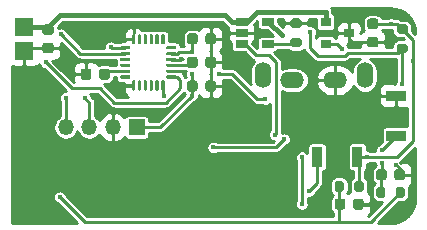
<source format=gbl>
G04 #@! TF.GenerationSoftware,KiCad,Pcbnew,(5.1.10)-1*
G04 #@! TF.CreationDate,2021-12-13T15:30:26+09:00*
G04 #@! TF.ProjectId,cat_tracker,6361745f-7472-4616-936b-65722e6b6963,rev?*
G04 #@! TF.SameCoordinates,Original*
G04 #@! TF.FileFunction,Copper,L2,Bot*
G04 #@! TF.FilePolarity,Positive*
%FSLAX46Y46*%
G04 Gerber Fmt 4.6, Leading zero omitted, Abs format (unit mm)*
G04 Created by KiCad (PCBNEW (5.1.10)-1) date 2021-12-13 15:30:26*
%MOMM*%
%LPD*%
G01*
G04 APERTURE LIST*
G04 #@! TA.AperFunction,SMDPad,CuDef*
%ADD10O,1.350000X1.350000*%
G04 #@! TD*
G04 #@! TA.AperFunction,SMDPad,CuDef*
%ADD11R,1.350000X1.350000*%
G04 #@! TD*
G04 #@! TA.AperFunction,SMDPad,CuDef*
%ADD12R,1.500000X1.500000*%
G04 #@! TD*
G04 #@! TA.AperFunction,ComponentPad*
%ADD13O,2.000000X1.400000*%
G04 #@! TD*
G04 #@! TA.AperFunction,ComponentPad*
%ADD14O,1.400000X2.200000*%
G04 #@! TD*
G04 #@! TA.AperFunction,SMDPad,CuDef*
%ADD15R,0.900000X1.700000*%
G04 #@! TD*
G04 #@! TA.AperFunction,SMDPad,CuDef*
%ADD16R,1.700000X0.900000*%
G04 #@! TD*
G04 #@! TA.AperFunction,SMDPad,CuDef*
%ADD17R,1.060000X0.650000*%
G04 #@! TD*
G04 #@! TA.AperFunction,SMDPad,CuDef*
%ADD18R,0.900000X0.800000*%
G04 #@! TD*
G04 #@! TA.AperFunction,ViaPad*
%ADD19C,0.400000*%
G04 #@! TD*
G04 #@! TA.AperFunction,Conductor*
%ADD20C,0.400000*%
G04 #@! TD*
G04 #@! TA.AperFunction,Conductor*
%ADD21C,0.250000*%
G04 #@! TD*
G04 #@! TA.AperFunction,Conductor*
%ADD22C,0.100000*%
G04 #@! TD*
G04 APERTURE END LIST*
D10*
X35000000Y-40500000D03*
X37000000Y-40500000D03*
X39000000Y-40500000D03*
D11*
X41000000Y-40500000D03*
D12*
X31500000Y-34000000D03*
X31500000Y-32000000D03*
D13*
X54200000Y-36500000D03*
X57800000Y-36500000D03*
D14*
X51675000Y-36100000D03*
X60325000Y-36100000D03*
G04 #@! TA.AperFunction,SMDPad,CuDef*
G36*
G01*
X59425000Y-45775000D02*
X59425000Y-45225000D01*
G75*
G02*
X59625000Y-45025000I200000J0D01*
G01*
X60025000Y-45025000D01*
G75*
G02*
X60225000Y-45225000I0J-200000D01*
G01*
X60225000Y-45775000D01*
G75*
G02*
X60025000Y-45975000I-200000J0D01*
G01*
X59625000Y-45975000D01*
G75*
G02*
X59425000Y-45775000I0J200000D01*
G01*
G37*
G04 #@! TD.AperFunction*
G04 #@! TA.AperFunction,SMDPad,CuDef*
G36*
G01*
X57775000Y-45775000D02*
X57775000Y-45225000D01*
G75*
G02*
X57975000Y-45025000I200000J0D01*
G01*
X58375000Y-45025000D01*
G75*
G02*
X58575000Y-45225000I0J-200000D01*
G01*
X58575000Y-45775000D01*
G75*
G02*
X58375000Y-45975000I-200000J0D01*
G01*
X57975000Y-45975000D01*
G75*
G02*
X57775000Y-45775000I0J200000D01*
G01*
G37*
G04 #@! TD.AperFunction*
G04 #@! TA.AperFunction,SMDPad,CuDef*
G36*
G01*
X63775000Y-32575000D02*
X63225000Y-32575000D01*
G75*
G02*
X63025000Y-32375000I0J200000D01*
G01*
X63025000Y-31975000D01*
G75*
G02*
X63225000Y-31775000I200000J0D01*
G01*
X63775000Y-31775000D01*
G75*
G02*
X63975000Y-31975000I0J-200000D01*
G01*
X63975000Y-32375000D01*
G75*
G02*
X63775000Y-32575000I-200000J0D01*
G01*
G37*
G04 #@! TD.AperFunction*
G04 #@! TA.AperFunction,SMDPad,CuDef*
G36*
G01*
X63775000Y-34225000D02*
X63225000Y-34225000D01*
G75*
G02*
X63025000Y-34025000I0J200000D01*
G01*
X63025000Y-33625000D01*
G75*
G02*
X63225000Y-33425000I200000J0D01*
G01*
X63775000Y-33425000D01*
G75*
G02*
X63975000Y-33625000I0J-200000D01*
G01*
X63975000Y-34025000D01*
G75*
G02*
X63775000Y-34225000I-200000J0D01*
G01*
G37*
G04 #@! TD.AperFunction*
G04 #@! TA.AperFunction,SMDPad,CuDef*
G36*
G01*
X62075000Y-45725000D02*
X62075000Y-46275000D01*
G75*
G02*
X61875000Y-46475000I-200000J0D01*
G01*
X61475000Y-46475000D01*
G75*
G02*
X61275000Y-46275000I0J200000D01*
G01*
X61275000Y-45725000D01*
G75*
G02*
X61475000Y-45525000I200000J0D01*
G01*
X61875000Y-45525000D01*
G75*
G02*
X62075000Y-45725000I0J-200000D01*
G01*
G37*
G04 #@! TD.AperFunction*
G04 #@! TA.AperFunction,SMDPad,CuDef*
G36*
G01*
X63725000Y-45725000D02*
X63725000Y-46275000D01*
G75*
G02*
X63525000Y-46475000I-200000J0D01*
G01*
X63125000Y-46475000D01*
G75*
G02*
X62925000Y-46275000I0J200000D01*
G01*
X62925000Y-45725000D01*
G75*
G02*
X63125000Y-45525000I200000J0D01*
G01*
X63525000Y-45525000D01*
G75*
G02*
X63725000Y-45725000I0J-200000D01*
G01*
G37*
G04 #@! TD.AperFunction*
G04 #@! TA.AperFunction,SMDPad,CuDef*
G36*
G01*
X54775000Y-32075000D02*
X54225000Y-32075000D01*
G75*
G02*
X54025000Y-31875000I0J200000D01*
G01*
X54025000Y-31475000D01*
G75*
G02*
X54225000Y-31275000I200000J0D01*
G01*
X54775000Y-31275000D01*
G75*
G02*
X54975000Y-31475000I0J-200000D01*
G01*
X54975000Y-31875000D01*
G75*
G02*
X54775000Y-32075000I-200000J0D01*
G01*
G37*
G04 #@! TD.AperFunction*
G04 #@! TA.AperFunction,SMDPad,CuDef*
G36*
G01*
X54775000Y-33725000D02*
X54225000Y-33725000D01*
G75*
G02*
X54025000Y-33525000I0J200000D01*
G01*
X54025000Y-33125000D01*
G75*
G02*
X54225000Y-32925000I200000J0D01*
G01*
X54775000Y-32925000D01*
G75*
G02*
X54975000Y-33125000I0J-200000D01*
G01*
X54975000Y-33525000D01*
G75*
G02*
X54775000Y-33725000I-200000J0D01*
G01*
G37*
G04 #@! TD.AperFunction*
G04 #@! TA.AperFunction,SMDPad,CuDef*
G36*
G01*
X59325000Y-47250000D02*
X59325000Y-46750000D01*
G75*
G02*
X59550000Y-46525000I225000J0D01*
G01*
X60000000Y-46525000D01*
G75*
G02*
X60225000Y-46750000I0J-225000D01*
G01*
X60225000Y-47250000D01*
G75*
G02*
X60000000Y-47475000I-225000J0D01*
G01*
X59550000Y-47475000D01*
G75*
G02*
X59325000Y-47250000I0J225000D01*
G01*
G37*
G04 #@! TD.AperFunction*
G04 #@! TA.AperFunction,SMDPad,CuDef*
G36*
G01*
X57775000Y-47250000D02*
X57775000Y-46750000D01*
G75*
G02*
X58000000Y-46525000I225000J0D01*
G01*
X58450000Y-46525000D01*
G75*
G02*
X58675000Y-46750000I0J-225000D01*
G01*
X58675000Y-47250000D01*
G75*
G02*
X58450000Y-47475000I-225000J0D01*
G01*
X58000000Y-47475000D01*
G75*
G02*
X57775000Y-47250000I0J225000D01*
G01*
G37*
G04 #@! TD.AperFunction*
G04 #@! TA.AperFunction,SMDPad,CuDef*
G36*
G01*
X37825000Y-36250000D02*
X37825000Y-35750000D01*
G75*
G02*
X38050000Y-35525000I225000J0D01*
G01*
X38500000Y-35525000D01*
G75*
G02*
X38725000Y-35750000I0J-225000D01*
G01*
X38725000Y-36250000D01*
G75*
G02*
X38500000Y-36475000I-225000J0D01*
G01*
X38050000Y-36475000D01*
G75*
G02*
X37825000Y-36250000I0J225000D01*
G01*
G37*
G04 #@! TD.AperFunction*
G04 #@! TA.AperFunction,SMDPad,CuDef*
G36*
G01*
X36275000Y-36250000D02*
X36275000Y-35750000D01*
G75*
G02*
X36500000Y-35525000I225000J0D01*
G01*
X36950000Y-35525000D01*
G75*
G02*
X37175000Y-35750000I0J-225000D01*
G01*
X37175000Y-36250000D01*
G75*
G02*
X36950000Y-36475000I-225000J0D01*
G01*
X36500000Y-36475000D01*
G75*
G02*
X36275000Y-36250000I0J225000D01*
G01*
G37*
G04 #@! TD.AperFunction*
G04 #@! TA.AperFunction,SMDPad,CuDef*
G36*
G01*
X46175000Y-34750000D02*
X46175000Y-35250000D01*
G75*
G02*
X45950000Y-35475000I-225000J0D01*
G01*
X45500000Y-35475000D01*
G75*
G02*
X45275000Y-35250000I0J225000D01*
G01*
X45275000Y-34750000D01*
G75*
G02*
X45500000Y-34525000I225000J0D01*
G01*
X45950000Y-34525000D01*
G75*
G02*
X46175000Y-34750000I0J-225000D01*
G01*
G37*
G04 #@! TD.AperFunction*
G04 #@! TA.AperFunction,SMDPad,CuDef*
G36*
G01*
X47725000Y-34750000D02*
X47725000Y-35250000D01*
G75*
G02*
X47500000Y-35475000I-225000J0D01*
G01*
X47050000Y-35475000D01*
G75*
G02*
X46825000Y-35250000I0J225000D01*
G01*
X46825000Y-34750000D01*
G75*
G02*
X47050000Y-34525000I225000J0D01*
G01*
X47500000Y-34525000D01*
G75*
G02*
X47725000Y-34750000I0J-225000D01*
G01*
G37*
G04 #@! TD.AperFunction*
G04 #@! TA.AperFunction,SMDPad,CuDef*
G36*
G01*
X46825000Y-37250000D02*
X46825000Y-36750000D01*
G75*
G02*
X47050000Y-36525000I225000J0D01*
G01*
X47500000Y-36525000D01*
G75*
G02*
X47725000Y-36750000I0J-225000D01*
G01*
X47725000Y-37250000D01*
G75*
G02*
X47500000Y-37475000I-225000J0D01*
G01*
X47050000Y-37475000D01*
G75*
G02*
X46825000Y-37250000I0J225000D01*
G01*
G37*
G04 #@! TD.AperFunction*
G04 #@! TA.AperFunction,SMDPad,CuDef*
G36*
G01*
X45275000Y-37250000D02*
X45275000Y-36750000D01*
G75*
G02*
X45500000Y-36525000I225000J0D01*
G01*
X45950000Y-36525000D01*
G75*
G02*
X46175000Y-36750000I0J-225000D01*
G01*
X46175000Y-37250000D01*
G75*
G02*
X45950000Y-37475000I-225000J0D01*
G01*
X45500000Y-37475000D01*
G75*
G02*
X45275000Y-37250000I0J225000D01*
G01*
G37*
G04 #@! TD.AperFunction*
G04 #@! TA.AperFunction,SMDPad,CuDef*
G36*
G01*
X46825000Y-33250000D02*
X46825000Y-32750000D01*
G75*
G02*
X47050000Y-32525000I225000J0D01*
G01*
X47500000Y-32525000D01*
G75*
G02*
X47725000Y-32750000I0J-225000D01*
G01*
X47725000Y-33250000D01*
G75*
G02*
X47500000Y-33475000I-225000J0D01*
G01*
X47050000Y-33475000D01*
G75*
G02*
X46825000Y-33250000I0J225000D01*
G01*
G37*
G04 #@! TD.AperFunction*
G04 #@! TA.AperFunction,SMDPad,CuDef*
G36*
G01*
X45275000Y-33250000D02*
X45275000Y-32750000D01*
G75*
G02*
X45500000Y-32525000I225000J0D01*
G01*
X45950000Y-32525000D01*
G75*
G02*
X46175000Y-32750000I0J-225000D01*
G01*
X46175000Y-33250000D01*
G75*
G02*
X45950000Y-33475000I-225000J0D01*
G01*
X45500000Y-33475000D01*
G75*
G02*
X45275000Y-33250000I0J225000D01*
G01*
G37*
G04 #@! TD.AperFunction*
G04 #@! TA.AperFunction,SMDPad,CuDef*
G36*
G01*
X62825000Y-44750000D02*
X62825000Y-44250000D01*
G75*
G02*
X63050000Y-44025000I225000J0D01*
G01*
X63500000Y-44025000D01*
G75*
G02*
X63725000Y-44250000I0J-225000D01*
G01*
X63725000Y-44750000D01*
G75*
G02*
X63500000Y-44975000I-225000J0D01*
G01*
X63050000Y-44975000D01*
G75*
G02*
X62825000Y-44750000I0J225000D01*
G01*
G37*
G04 #@! TD.AperFunction*
G04 #@! TA.AperFunction,SMDPad,CuDef*
G36*
G01*
X61275000Y-44750000D02*
X61275000Y-44250000D01*
G75*
G02*
X61500000Y-44025000I225000J0D01*
G01*
X61950000Y-44025000D01*
G75*
G02*
X62175000Y-44250000I0J-225000D01*
G01*
X62175000Y-44750000D01*
G75*
G02*
X61950000Y-44975000I-225000J0D01*
G01*
X61500000Y-44975000D01*
G75*
G02*
X61275000Y-44750000I0J225000D01*
G01*
G37*
G04 #@! TD.AperFunction*
G04 #@! TA.AperFunction,SMDPad,CuDef*
G36*
G01*
X60750000Y-32825000D02*
X61250000Y-32825000D01*
G75*
G02*
X61475000Y-33050000I0J-225000D01*
G01*
X61475000Y-33500000D01*
G75*
G02*
X61250000Y-33725000I-225000J0D01*
G01*
X60750000Y-33725000D01*
G75*
G02*
X60525000Y-33500000I0J225000D01*
G01*
X60525000Y-33050000D01*
G75*
G02*
X60750000Y-32825000I225000J0D01*
G01*
G37*
G04 #@! TD.AperFunction*
G04 #@! TA.AperFunction,SMDPad,CuDef*
G36*
G01*
X60750000Y-31275000D02*
X61250000Y-31275000D01*
G75*
G02*
X61475000Y-31500000I0J-225000D01*
G01*
X61475000Y-31950000D01*
G75*
G02*
X61250000Y-32175000I-225000J0D01*
G01*
X60750000Y-32175000D01*
G75*
G02*
X60525000Y-31950000I0J225000D01*
G01*
X60525000Y-31500000D01*
G75*
G02*
X60750000Y-31275000I225000J0D01*
G01*
G37*
G04 #@! TD.AperFunction*
G04 #@! TA.AperFunction,SMDPad,CuDef*
G36*
G01*
X33250000Y-33325000D02*
X33750000Y-33325000D01*
G75*
G02*
X33975000Y-33550000I0J-225000D01*
G01*
X33975000Y-34000000D01*
G75*
G02*
X33750000Y-34225000I-225000J0D01*
G01*
X33250000Y-34225000D01*
G75*
G02*
X33025000Y-34000000I0J225000D01*
G01*
X33025000Y-33550000D01*
G75*
G02*
X33250000Y-33325000I225000J0D01*
G01*
G37*
G04 #@! TD.AperFunction*
G04 #@! TA.AperFunction,SMDPad,CuDef*
G36*
G01*
X33250000Y-31775000D02*
X33750000Y-31775000D01*
G75*
G02*
X33975000Y-32000000I0J-225000D01*
G01*
X33975000Y-32450000D01*
G75*
G02*
X33750000Y-32675000I-225000J0D01*
G01*
X33250000Y-32675000D01*
G75*
G02*
X33025000Y-32450000I0J225000D01*
G01*
X33025000Y-32000000D01*
G75*
G02*
X33250000Y-31775000I225000J0D01*
G01*
G37*
G04 #@! TD.AperFunction*
D15*
X56300000Y-43000000D03*
X59700000Y-43000000D03*
D16*
X63000000Y-41200000D03*
X63000000Y-37800000D03*
G04 #@! TA.AperFunction,SMDPad,CuDef*
G36*
G01*
X40475000Y-33675000D02*
X40475000Y-33825000D01*
G75*
G02*
X40400000Y-33900000I-75000J0D01*
G01*
X39700000Y-33900000D01*
G75*
G02*
X39625000Y-33825000I0J75000D01*
G01*
X39625000Y-33675000D01*
G75*
G02*
X39700000Y-33600000I75000J0D01*
G01*
X40400000Y-33600000D01*
G75*
G02*
X40475000Y-33675000I0J-75000D01*
G01*
G37*
G04 #@! TD.AperFunction*
G04 #@! TA.AperFunction,SMDPad,CuDef*
G36*
G01*
X40475000Y-34175000D02*
X40475000Y-34325000D01*
G75*
G02*
X40400000Y-34400000I-75000J0D01*
G01*
X39700000Y-34400000D01*
G75*
G02*
X39625000Y-34325000I0J75000D01*
G01*
X39625000Y-34175000D01*
G75*
G02*
X39700000Y-34100000I75000J0D01*
G01*
X40400000Y-34100000D01*
G75*
G02*
X40475000Y-34175000I0J-75000D01*
G01*
G37*
G04 #@! TD.AperFunction*
G04 #@! TA.AperFunction,SMDPad,CuDef*
G36*
G01*
X40475000Y-34675000D02*
X40475000Y-34825000D01*
G75*
G02*
X40400000Y-34900000I-75000J0D01*
G01*
X39700000Y-34900000D01*
G75*
G02*
X39625000Y-34825000I0J75000D01*
G01*
X39625000Y-34675000D01*
G75*
G02*
X39700000Y-34600000I75000J0D01*
G01*
X40400000Y-34600000D01*
G75*
G02*
X40475000Y-34675000I0J-75000D01*
G01*
G37*
G04 #@! TD.AperFunction*
G04 #@! TA.AperFunction,SMDPad,CuDef*
G36*
G01*
X40475000Y-35175000D02*
X40475000Y-35325000D01*
G75*
G02*
X40400000Y-35400000I-75000J0D01*
G01*
X39700000Y-35400000D01*
G75*
G02*
X39625000Y-35325000I0J75000D01*
G01*
X39625000Y-35175000D01*
G75*
G02*
X39700000Y-35100000I75000J0D01*
G01*
X40400000Y-35100000D01*
G75*
G02*
X40475000Y-35175000I0J-75000D01*
G01*
G37*
G04 #@! TD.AperFunction*
G04 #@! TA.AperFunction,SMDPad,CuDef*
G36*
G01*
X40475000Y-35675000D02*
X40475000Y-35825000D01*
G75*
G02*
X40400000Y-35900000I-75000J0D01*
G01*
X39700000Y-35900000D01*
G75*
G02*
X39625000Y-35825000I0J75000D01*
G01*
X39625000Y-35675000D01*
G75*
G02*
X39700000Y-35600000I75000J0D01*
G01*
X40400000Y-35600000D01*
G75*
G02*
X40475000Y-35675000I0J-75000D01*
G01*
G37*
G04 #@! TD.AperFunction*
G04 #@! TA.AperFunction,SMDPad,CuDef*
G36*
G01*
X40475000Y-36175000D02*
X40475000Y-36325000D01*
G75*
G02*
X40400000Y-36400000I-75000J0D01*
G01*
X39700000Y-36400000D01*
G75*
G02*
X39625000Y-36325000I0J75000D01*
G01*
X39625000Y-36175000D01*
G75*
G02*
X39700000Y-36100000I75000J0D01*
G01*
X40400000Y-36100000D01*
G75*
G02*
X40475000Y-36175000I0J-75000D01*
G01*
G37*
G04 #@! TD.AperFunction*
G04 #@! TA.AperFunction,SMDPad,CuDef*
G36*
G01*
X40675000Y-36525000D02*
X40825000Y-36525000D01*
G75*
G02*
X40900000Y-36600000I0J-75000D01*
G01*
X40900000Y-37300000D01*
G75*
G02*
X40825000Y-37375000I-75000J0D01*
G01*
X40675000Y-37375000D01*
G75*
G02*
X40600000Y-37300000I0J75000D01*
G01*
X40600000Y-36600000D01*
G75*
G02*
X40675000Y-36525000I75000J0D01*
G01*
G37*
G04 #@! TD.AperFunction*
G04 #@! TA.AperFunction,SMDPad,CuDef*
G36*
G01*
X41175000Y-36525000D02*
X41325000Y-36525000D01*
G75*
G02*
X41400000Y-36600000I0J-75000D01*
G01*
X41400000Y-37300000D01*
G75*
G02*
X41325000Y-37375000I-75000J0D01*
G01*
X41175000Y-37375000D01*
G75*
G02*
X41100000Y-37300000I0J75000D01*
G01*
X41100000Y-36600000D01*
G75*
G02*
X41175000Y-36525000I75000J0D01*
G01*
G37*
G04 #@! TD.AperFunction*
G04 #@! TA.AperFunction,SMDPad,CuDef*
G36*
G01*
X41675000Y-36525000D02*
X41825000Y-36525000D01*
G75*
G02*
X41900000Y-36600000I0J-75000D01*
G01*
X41900000Y-37300000D01*
G75*
G02*
X41825000Y-37375000I-75000J0D01*
G01*
X41675000Y-37375000D01*
G75*
G02*
X41600000Y-37300000I0J75000D01*
G01*
X41600000Y-36600000D01*
G75*
G02*
X41675000Y-36525000I75000J0D01*
G01*
G37*
G04 #@! TD.AperFunction*
G04 #@! TA.AperFunction,SMDPad,CuDef*
G36*
G01*
X42175000Y-36525000D02*
X42325000Y-36525000D01*
G75*
G02*
X42400000Y-36600000I0J-75000D01*
G01*
X42400000Y-37300000D01*
G75*
G02*
X42325000Y-37375000I-75000J0D01*
G01*
X42175000Y-37375000D01*
G75*
G02*
X42100000Y-37300000I0J75000D01*
G01*
X42100000Y-36600000D01*
G75*
G02*
X42175000Y-36525000I75000J0D01*
G01*
G37*
G04 #@! TD.AperFunction*
G04 #@! TA.AperFunction,SMDPad,CuDef*
G36*
G01*
X42675000Y-36525000D02*
X42825000Y-36525000D01*
G75*
G02*
X42900000Y-36600000I0J-75000D01*
G01*
X42900000Y-37300000D01*
G75*
G02*
X42825000Y-37375000I-75000J0D01*
G01*
X42675000Y-37375000D01*
G75*
G02*
X42600000Y-37300000I0J75000D01*
G01*
X42600000Y-36600000D01*
G75*
G02*
X42675000Y-36525000I75000J0D01*
G01*
G37*
G04 #@! TD.AperFunction*
G04 #@! TA.AperFunction,SMDPad,CuDef*
G36*
G01*
X43175000Y-36525000D02*
X43325000Y-36525000D01*
G75*
G02*
X43400000Y-36600000I0J-75000D01*
G01*
X43400000Y-37300000D01*
G75*
G02*
X43325000Y-37375000I-75000J0D01*
G01*
X43175000Y-37375000D01*
G75*
G02*
X43100000Y-37300000I0J75000D01*
G01*
X43100000Y-36600000D01*
G75*
G02*
X43175000Y-36525000I75000J0D01*
G01*
G37*
G04 #@! TD.AperFunction*
G04 #@! TA.AperFunction,SMDPad,CuDef*
G36*
G01*
X44375000Y-36175000D02*
X44375000Y-36325000D01*
G75*
G02*
X44300000Y-36400000I-75000J0D01*
G01*
X43600000Y-36400000D01*
G75*
G02*
X43525000Y-36325000I0J75000D01*
G01*
X43525000Y-36175000D01*
G75*
G02*
X43600000Y-36100000I75000J0D01*
G01*
X44300000Y-36100000D01*
G75*
G02*
X44375000Y-36175000I0J-75000D01*
G01*
G37*
G04 #@! TD.AperFunction*
G04 #@! TA.AperFunction,SMDPad,CuDef*
G36*
G01*
X44375000Y-35675000D02*
X44375000Y-35825000D01*
G75*
G02*
X44300000Y-35900000I-75000J0D01*
G01*
X43600000Y-35900000D01*
G75*
G02*
X43525000Y-35825000I0J75000D01*
G01*
X43525000Y-35675000D01*
G75*
G02*
X43600000Y-35600000I75000J0D01*
G01*
X44300000Y-35600000D01*
G75*
G02*
X44375000Y-35675000I0J-75000D01*
G01*
G37*
G04 #@! TD.AperFunction*
G04 #@! TA.AperFunction,SMDPad,CuDef*
G36*
G01*
X44375000Y-35175000D02*
X44375000Y-35325000D01*
G75*
G02*
X44300000Y-35400000I-75000J0D01*
G01*
X43600000Y-35400000D01*
G75*
G02*
X43525000Y-35325000I0J75000D01*
G01*
X43525000Y-35175000D01*
G75*
G02*
X43600000Y-35100000I75000J0D01*
G01*
X44300000Y-35100000D01*
G75*
G02*
X44375000Y-35175000I0J-75000D01*
G01*
G37*
G04 #@! TD.AperFunction*
G04 #@! TA.AperFunction,SMDPad,CuDef*
G36*
G01*
X44375000Y-34675000D02*
X44375000Y-34825000D01*
G75*
G02*
X44300000Y-34900000I-75000J0D01*
G01*
X43600000Y-34900000D01*
G75*
G02*
X43525000Y-34825000I0J75000D01*
G01*
X43525000Y-34675000D01*
G75*
G02*
X43600000Y-34600000I75000J0D01*
G01*
X44300000Y-34600000D01*
G75*
G02*
X44375000Y-34675000I0J-75000D01*
G01*
G37*
G04 #@! TD.AperFunction*
G04 #@! TA.AperFunction,SMDPad,CuDef*
G36*
G01*
X44375000Y-34175000D02*
X44375000Y-34325000D01*
G75*
G02*
X44300000Y-34400000I-75000J0D01*
G01*
X43600000Y-34400000D01*
G75*
G02*
X43525000Y-34325000I0J75000D01*
G01*
X43525000Y-34175000D01*
G75*
G02*
X43600000Y-34100000I75000J0D01*
G01*
X44300000Y-34100000D01*
G75*
G02*
X44375000Y-34175000I0J-75000D01*
G01*
G37*
G04 #@! TD.AperFunction*
G04 #@! TA.AperFunction,SMDPad,CuDef*
G36*
G01*
X44375000Y-33675000D02*
X44375000Y-33825000D01*
G75*
G02*
X44300000Y-33900000I-75000J0D01*
G01*
X43600000Y-33900000D01*
G75*
G02*
X43525000Y-33825000I0J75000D01*
G01*
X43525000Y-33675000D01*
G75*
G02*
X43600000Y-33600000I75000J0D01*
G01*
X44300000Y-33600000D01*
G75*
G02*
X44375000Y-33675000I0J-75000D01*
G01*
G37*
G04 #@! TD.AperFunction*
G04 #@! TA.AperFunction,SMDPad,CuDef*
G36*
G01*
X43175000Y-32625000D02*
X43325000Y-32625000D01*
G75*
G02*
X43400000Y-32700000I0J-75000D01*
G01*
X43400000Y-33400000D01*
G75*
G02*
X43325000Y-33475000I-75000J0D01*
G01*
X43175000Y-33475000D01*
G75*
G02*
X43100000Y-33400000I0J75000D01*
G01*
X43100000Y-32700000D01*
G75*
G02*
X43175000Y-32625000I75000J0D01*
G01*
G37*
G04 #@! TD.AperFunction*
G04 #@! TA.AperFunction,SMDPad,CuDef*
G36*
G01*
X42675000Y-32625000D02*
X42825000Y-32625000D01*
G75*
G02*
X42900000Y-32700000I0J-75000D01*
G01*
X42900000Y-33400000D01*
G75*
G02*
X42825000Y-33475000I-75000J0D01*
G01*
X42675000Y-33475000D01*
G75*
G02*
X42600000Y-33400000I0J75000D01*
G01*
X42600000Y-32700000D01*
G75*
G02*
X42675000Y-32625000I75000J0D01*
G01*
G37*
G04 #@! TD.AperFunction*
G04 #@! TA.AperFunction,SMDPad,CuDef*
G36*
G01*
X42175000Y-32625000D02*
X42325000Y-32625000D01*
G75*
G02*
X42400000Y-32700000I0J-75000D01*
G01*
X42400000Y-33400000D01*
G75*
G02*
X42325000Y-33475000I-75000J0D01*
G01*
X42175000Y-33475000D01*
G75*
G02*
X42100000Y-33400000I0J75000D01*
G01*
X42100000Y-32700000D01*
G75*
G02*
X42175000Y-32625000I75000J0D01*
G01*
G37*
G04 #@! TD.AperFunction*
G04 #@! TA.AperFunction,SMDPad,CuDef*
G36*
G01*
X41675000Y-32625000D02*
X41825000Y-32625000D01*
G75*
G02*
X41900000Y-32700000I0J-75000D01*
G01*
X41900000Y-33400000D01*
G75*
G02*
X41825000Y-33475000I-75000J0D01*
G01*
X41675000Y-33475000D01*
G75*
G02*
X41600000Y-33400000I0J75000D01*
G01*
X41600000Y-32700000D01*
G75*
G02*
X41675000Y-32625000I75000J0D01*
G01*
G37*
G04 #@! TD.AperFunction*
G04 #@! TA.AperFunction,SMDPad,CuDef*
G36*
G01*
X41175000Y-32625000D02*
X41325000Y-32625000D01*
G75*
G02*
X41400000Y-32700000I0J-75000D01*
G01*
X41400000Y-33400000D01*
G75*
G02*
X41325000Y-33475000I-75000J0D01*
G01*
X41175000Y-33475000D01*
G75*
G02*
X41100000Y-33400000I0J75000D01*
G01*
X41100000Y-32700000D01*
G75*
G02*
X41175000Y-32625000I75000J0D01*
G01*
G37*
G04 #@! TD.AperFunction*
G04 #@! TA.AperFunction,SMDPad,CuDef*
G36*
G01*
X40675000Y-32625000D02*
X40825000Y-32625000D01*
G75*
G02*
X40900000Y-32700000I0J-75000D01*
G01*
X40900000Y-33400000D01*
G75*
G02*
X40825000Y-33475000I-75000J0D01*
G01*
X40675000Y-33475000D01*
G75*
G02*
X40600000Y-33400000I0J75000D01*
G01*
X40600000Y-32700000D01*
G75*
G02*
X40675000Y-32625000I75000J0D01*
G01*
G37*
G04 #@! TD.AperFunction*
D17*
X52100000Y-33450000D03*
X52100000Y-31550000D03*
X49900000Y-31550000D03*
X49900000Y-32500000D03*
X49900000Y-33450000D03*
D18*
X59000000Y-32500000D03*
X57000000Y-31550000D03*
X57000000Y-33450000D03*
D19*
X53275000Y-32675000D03*
X44800000Y-34700000D03*
X61400000Y-39400000D03*
X61100000Y-47100000D03*
X63000000Y-43700000D03*
X39200000Y-37100000D03*
X51000000Y-47500000D03*
X45000000Y-35900000D03*
X35900000Y-42300000D03*
X59500000Y-31000000D03*
X48500000Y-32500000D03*
X57000000Y-30700000D03*
X62525000Y-31725000D03*
X43300000Y-37800000D03*
X45700000Y-37800000D03*
X45700000Y-36000000D03*
X45700000Y-34100000D03*
X60500000Y-43000000D03*
X48000000Y-36000000D03*
X51900000Y-38100000D03*
X64400000Y-34900000D03*
X61800000Y-42400000D03*
X61800000Y-43525000D03*
X47500000Y-42200000D03*
X53500000Y-41500000D03*
X36594998Y-38000000D03*
X35000000Y-38000000D03*
X52700000Y-41100000D03*
X34500000Y-46400000D03*
X55700000Y-32400000D03*
X63500000Y-36800000D03*
X34600000Y-32600000D03*
X38800000Y-33700000D03*
X33300000Y-35000000D03*
X55600000Y-45900000D03*
X58400000Y-33900000D03*
X55000000Y-47000000D03*
X55000000Y-43000000D03*
D20*
X52150000Y-31550000D02*
X53275000Y-32675000D01*
X52100000Y-31550000D02*
X52150000Y-31550000D01*
D21*
X44750000Y-34750000D02*
X44800000Y-34700000D01*
X43950000Y-34750000D02*
X44750000Y-34750000D01*
X48000000Y-33000000D02*
X47275000Y-33000000D01*
X47275000Y-33000000D02*
X47275000Y-37000000D01*
X48500000Y-32500000D02*
X48500000Y-32500000D01*
X60700000Y-39400000D02*
X61400000Y-39400000D01*
X59875000Y-47100000D02*
X59775000Y-47000000D01*
X61100000Y-47100000D02*
X59875000Y-47100000D01*
X63275000Y-43975000D02*
X63000000Y-43700000D01*
X63275000Y-44500000D02*
X63275000Y-43975000D01*
X31725000Y-33775000D02*
X31500000Y-34000000D01*
X33500000Y-33775000D02*
X31725000Y-33775000D01*
X44850000Y-35750000D02*
X45000000Y-35900000D01*
X43950000Y-35750000D02*
X44850000Y-35750000D01*
X61000000Y-33275000D02*
X59225000Y-33275000D01*
X59000000Y-33050000D02*
X59000000Y-32500000D01*
X59225000Y-33275000D02*
X59000000Y-33050000D01*
X48500000Y-32500000D02*
X49900000Y-32500000D01*
D20*
X33275000Y-32000000D02*
X33500000Y-32225000D01*
X31500000Y-32000000D02*
X33275000Y-32000000D01*
X33500000Y-32225000D02*
X33500000Y-32000000D01*
X33500000Y-32000000D02*
X34500000Y-31000000D01*
X34500000Y-31000000D02*
X48500000Y-31000000D01*
X49050000Y-31550000D02*
X49900000Y-31550000D01*
X48500000Y-31000000D02*
X49050000Y-31550000D01*
X49900000Y-31550000D02*
X50350000Y-31550000D01*
X50350000Y-31550000D02*
X51200000Y-30700000D01*
X57000000Y-31550000D02*
X57000000Y-30700000D01*
X51200000Y-30700000D02*
X57000000Y-30700000D01*
D21*
X63050000Y-31725000D02*
X63500000Y-32175000D01*
X62525000Y-31725000D02*
X63050000Y-31725000D01*
X61000000Y-31725000D02*
X62525000Y-31725000D01*
X43250000Y-37750000D02*
X43300000Y-37800000D01*
X43250000Y-36950000D02*
X43250000Y-37750000D01*
X45700000Y-37025000D02*
X45725000Y-37000000D01*
X45700000Y-37800000D02*
X45700000Y-37025000D01*
X45725000Y-36025000D02*
X45700000Y-36000000D01*
X45725000Y-37000000D02*
X45725000Y-36025000D01*
X45700000Y-33025000D02*
X45725000Y-33000000D01*
X45700000Y-34100000D02*
X45700000Y-33025000D01*
X44590702Y-34100000D02*
X45700000Y-34100000D01*
X44440702Y-34250000D02*
X44590702Y-34100000D01*
X43950000Y-34250000D02*
X44440702Y-34250000D01*
X64400000Y-33075000D02*
X63500000Y-32175000D01*
X64400000Y-34200000D02*
X64400000Y-33075000D01*
X64400000Y-41685002D02*
X63085002Y-43000000D01*
X59825000Y-43125000D02*
X59700000Y-43000000D01*
X59825000Y-45500000D02*
X59825000Y-43125000D01*
X60500000Y-43000000D02*
X59700000Y-43000000D01*
X63085002Y-43000000D02*
X60500000Y-43000000D01*
X43000000Y-40500000D02*
X45700000Y-37800000D01*
X41000000Y-40500000D02*
X43000000Y-40500000D01*
X48000000Y-36000000D02*
X49100000Y-36000000D01*
X51200000Y-38100000D02*
X51900000Y-38100000D01*
X49100000Y-36000000D02*
X51200000Y-38100000D01*
X64400000Y-34900000D02*
X64400000Y-41685002D01*
X64400000Y-34200000D02*
X64400000Y-34900000D01*
X63000000Y-41200000D02*
X61800000Y-42400000D01*
X61800000Y-44425000D02*
X61725000Y-44500000D01*
X61800000Y-43525000D02*
X61800000Y-44425000D01*
X61725000Y-45950000D02*
X61675000Y-46000000D01*
X61725000Y-44500000D02*
X61725000Y-45950000D01*
X38525000Y-35750000D02*
X38275000Y-36000000D01*
X40050000Y-35750000D02*
X38525000Y-35750000D01*
X47500000Y-42200000D02*
X51200000Y-42200000D01*
X52800000Y-42200000D02*
X53500000Y-41500000D01*
X51200000Y-42200000D02*
X52800000Y-42200000D01*
X37000000Y-38405002D02*
X36594998Y-38000000D01*
X37000000Y-40500000D02*
X37000000Y-38405002D01*
X35000000Y-38000000D02*
X35000000Y-40500000D01*
X49900000Y-33450000D02*
X50150000Y-33450000D01*
X50150000Y-33450000D02*
X51100000Y-34400000D01*
X51100000Y-34400000D02*
X52200000Y-34400000D01*
X52200000Y-34400000D02*
X52800000Y-35000000D01*
X52800000Y-41000000D02*
X52700000Y-41100000D01*
X52800000Y-35000000D02*
X52800000Y-41000000D01*
X54375000Y-33450000D02*
X54500000Y-33325000D01*
X52100000Y-33450000D02*
X54375000Y-33450000D01*
X34500000Y-46400000D02*
X36600000Y-48500000D01*
X60825000Y-48500000D02*
X63325000Y-46000000D01*
X58175000Y-48475000D02*
X58200000Y-48500000D01*
X58175000Y-45500000D02*
X58175000Y-48475000D01*
X58200000Y-48500000D02*
X60825000Y-48500000D01*
X36600000Y-48500000D02*
X58200000Y-48500000D01*
X55700000Y-33800000D02*
X55700000Y-32400000D01*
X56325001Y-34425001D02*
X55700000Y-33800000D01*
X58652001Y-34425001D02*
X56325001Y-34425001D01*
X58877002Y-34200000D02*
X58652001Y-34425001D01*
X63125000Y-34200000D02*
X58877002Y-34200000D01*
X63500000Y-33825000D02*
X63125000Y-34200000D01*
X63500000Y-33825000D02*
X63500000Y-36800000D01*
X36250000Y-34250000D02*
X34600000Y-32600000D01*
X40050000Y-34250000D02*
X36250000Y-34250000D01*
X38850000Y-33750000D02*
X38800000Y-33700000D01*
X40050000Y-33750000D02*
X38850000Y-33750000D01*
X43950000Y-36250000D02*
X44450000Y-36250000D01*
X44450000Y-36250000D02*
X44700000Y-36500000D01*
X44700000Y-36500000D02*
X44700000Y-37200000D01*
X44700000Y-37200000D02*
X43500000Y-38400000D01*
X43500000Y-38400000D02*
X39100000Y-38400000D01*
X39100000Y-38400000D02*
X37900000Y-37200000D01*
X37900000Y-37200000D02*
X35500000Y-37200000D01*
X35500000Y-37200000D02*
X33300000Y-35000000D01*
X45475000Y-35250000D02*
X45725000Y-35000000D01*
X43950000Y-35250000D02*
X45475000Y-35250000D01*
X55600000Y-45900000D02*
X56300000Y-45200000D01*
X56300000Y-43000000D02*
X56300000Y-45200000D01*
X57950000Y-33450000D02*
X58400000Y-33900000D01*
X57000000Y-33450000D02*
X57950000Y-33450000D01*
X55000000Y-47000000D02*
X55000000Y-43000000D01*
X64596000Y-46480239D02*
X64554181Y-46906740D01*
X64436058Y-47297983D01*
X64244190Y-47658835D01*
X63985885Y-47975549D01*
X63670985Y-48236056D01*
X63311481Y-48430440D01*
X62921068Y-48551292D01*
X62495698Y-48596000D01*
X61441763Y-48596000D01*
X63181931Y-46855833D01*
X63525000Y-46855833D01*
X63638315Y-46844672D01*
X63747275Y-46811620D01*
X63847694Y-46757945D01*
X63935711Y-46685711D01*
X64007945Y-46597694D01*
X64061620Y-46497275D01*
X64094672Y-46388315D01*
X64105833Y-46275000D01*
X64105833Y-45725000D01*
X64094672Y-45611685D01*
X64064256Y-45511415D01*
X64078378Y-45503867D01*
X64174764Y-45424764D01*
X64253867Y-45328378D01*
X64312646Y-45218411D01*
X64348841Y-45099090D01*
X64361063Y-44975000D01*
X64358000Y-44660250D01*
X64199750Y-44502000D01*
X63277000Y-44502000D01*
X63277000Y-44522000D01*
X63273000Y-44522000D01*
X63273000Y-44502000D01*
X63253000Y-44502000D01*
X63253000Y-44498000D01*
X63273000Y-44498000D01*
X63273000Y-44478000D01*
X63277000Y-44478000D01*
X63277000Y-44498000D01*
X64199750Y-44498000D01*
X64358000Y-44339750D01*
X64361063Y-44025000D01*
X64348841Y-43900910D01*
X64312646Y-43781589D01*
X64253867Y-43671622D01*
X64174764Y-43575236D01*
X64078378Y-43496133D01*
X63968411Y-43437354D01*
X63849090Y-43401159D01*
X63725000Y-43388937D01*
X63435250Y-43392000D01*
X63277002Y-43550248D01*
X63277002Y-43468436D01*
X63278807Y-43467888D01*
X63366364Y-43421088D01*
X63443108Y-43358106D01*
X63458892Y-43338873D01*
X64596000Y-42201766D01*
X64596000Y-46480239D01*
G04 #@! TA.AperFunction,Conductor*
D22*
G36*
X64596000Y-46480239D02*
G01*
X64554181Y-46906740D01*
X64436058Y-47297983D01*
X64244190Y-47658835D01*
X63985885Y-47975549D01*
X63670985Y-48236056D01*
X63311481Y-48430440D01*
X62921068Y-48551292D01*
X62495698Y-48596000D01*
X61441763Y-48596000D01*
X63181931Y-46855833D01*
X63525000Y-46855833D01*
X63638315Y-46844672D01*
X63747275Y-46811620D01*
X63847694Y-46757945D01*
X63935711Y-46685711D01*
X64007945Y-46597694D01*
X64061620Y-46497275D01*
X64094672Y-46388315D01*
X64105833Y-46275000D01*
X64105833Y-45725000D01*
X64094672Y-45611685D01*
X64064256Y-45511415D01*
X64078378Y-45503867D01*
X64174764Y-45424764D01*
X64253867Y-45328378D01*
X64312646Y-45218411D01*
X64348841Y-45099090D01*
X64361063Y-44975000D01*
X64358000Y-44660250D01*
X64199750Y-44502000D01*
X63277000Y-44502000D01*
X63277000Y-44522000D01*
X63273000Y-44522000D01*
X63273000Y-44502000D01*
X63253000Y-44502000D01*
X63253000Y-44498000D01*
X63273000Y-44498000D01*
X63273000Y-44478000D01*
X63277000Y-44478000D01*
X63277000Y-44498000D01*
X64199750Y-44498000D01*
X64358000Y-44339750D01*
X64361063Y-44025000D01*
X64348841Y-43900910D01*
X64312646Y-43781589D01*
X64253867Y-43671622D01*
X64174764Y-43575236D01*
X64078378Y-43496133D01*
X63968411Y-43437354D01*
X63849090Y-43401159D01*
X63725000Y-43388937D01*
X63435250Y-43392000D01*
X63277002Y-43550248D01*
X63277002Y-43468436D01*
X63278807Y-43467888D01*
X63366364Y-43421088D01*
X63443108Y-43358106D01*
X63458892Y-43338873D01*
X64596000Y-42201766D01*
X64596000Y-46480239D01*
G37*
G04 #@! TD.AperFunction*
D21*
X51189167Y-31875000D02*
X51196485Y-31949297D01*
X51218156Y-32020738D01*
X51253349Y-32086579D01*
X51300710Y-32144290D01*
X51358421Y-32191651D01*
X51424262Y-32226844D01*
X51495703Y-32248515D01*
X51570000Y-32255833D01*
X52037004Y-32255833D01*
X52525337Y-32744167D01*
X51570000Y-32744167D01*
X51495703Y-32751485D01*
X51424262Y-32773156D01*
X51358421Y-32808349D01*
X51300710Y-32855710D01*
X51253349Y-32913421D01*
X51218156Y-32979262D01*
X51196485Y-33050703D01*
X51189167Y-33125000D01*
X51189167Y-33775000D01*
X51189320Y-33776557D01*
X50810833Y-33398070D01*
X50810833Y-33331335D01*
X50879764Y-33274764D01*
X50958867Y-33178378D01*
X51017646Y-33068411D01*
X51053841Y-32949090D01*
X51066063Y-32825000D01*
X51063000Y-32660250D01*
X50904750Y-32502000D01*
X49902000Y-32502000D01*
X49902000Y-32522000D01*
X49898000Y-32522000D01*
X49898000Y-32502000D01*
X48895250Y-32502000D01*
X48737000Y-32660250D01*
X48733937Y-32825000D01*
X48746159Y-32949090D01*
X48782354Y-33068411D01*
X48841133Y-33178378D01*
X48920236Y-33274764D01*
X48989167Y-33331335D01*
X48989167Y-33775000D01*
X48996485Y-33849297D01*
X49018156Y-33920738D01*
X49053349Y-33986579D01*
X49100710Y-34044290D01*
X49158421Y-34091651D01*
X49224262Y-34126844D01*
X49295703Y-34148515D01*
X49370000Y-34155833D01*
X50143070Y-34155833D01*
X50726114Y-34738878D01*
X50741894Y-34758106D01*
X50818638Y-34821088D01*
X50906195Y-34867888D01*
X50965993Y-34886028D01*
X50908342Y-34933341D01*
X50773505Y-35097640D01*
X50673312Y-35285087D01*
X50611613Y-35488479D01*
X50596000Y-35647000D01*
X50596000Y-36552999D01*
X50611613Y-36711520D01*
X50649639Y-36836875D01*
X49473890Y-35661127D01*
X49458106Y-35641894D01*
X49381362Y-35578912D01*
X49293805Y-35532112D01*
X49198801Y-35503293D01*
X49124754Y-35496000D01*
X49100000Y-35493562D01*
X49075246Y-35496000D01*
X48358995Y-35496000D01*
X48361063Y-35475000D01*
X48358000Y-35160250D01*
X48199750Y-35002000D01*
X47277000Y-35002000D01*
X47277000Y-35949750D01*
X47327250Y-36000000D01*
X47277000Y-36050250D01*
X47277000Y-36998000D01*
X48199750Y-36998000D01*
X48358000Y-36839750D01*
X48361063Y-36525000D01*
X48358995Y-36504000D01*
X48891237Y-36504000D01*
X50826114Y-38438878D01*
X50841894Y-38458106D01*
X50918638Y-38521088D01*
X51006195Y-38567888D01*
X51101199Y-38596707D01*
X51175246Y-38604000D01*
X51175248Y-38604000D01*
X51199999Y-38606438D01*
X51224750Y-38604000D01*
X51612115Y-38604000D01*
X51625740Y-38613104D01*
X51731112Y-38656750D01*
X51842973Y-38679000D01*
X51957027Y-38679000D01*
X52068888Y-38656750D01*
X52174260Y-38613104D01*
X52269091Y-38549739D01*
X52296001Y-38522829D01*
X52296001Y-40685169D01*
X52250261Y-40730909D01*
X52186896Y-40825740D01*
X52143250Y-40931112D01*
X52121000Y-41042973D01*
X52121000Y-41157027D01*
X52143250Y-41268888D01*
X52186896Y-41374260D01*
X52250261Y-41469091D01*
X52330909Y-41549739D01*
X52425740Y-41613104D01*
X52531112Y-41656750D01*
X52614000Y-41673237D01*
X52591237Y-41696000D01*
X47787885Y-41696000D01*
X47774260Y-41686896D01*
X47668888Y-41643250D01*
X47557027Y-41621000D01*
X47442973Y-41621000D01*
X47331112Y-41643250D01*
X47225740Y-41686896D01*
X47130909Y-41750261D01*
X47050261Y-41830909D01*
X46986896Y-41925740D01*
X46943250Y-42031112D01*
X46921000Y-42142973D01*
X46921000Y-42257027D01*
X46943250Y-42368888D01*
X46986896Y-42474260D01*
X47050261Y-42569091D01*
X47130909Y-42649739D01*
X47225740Y-42713104D01*
X47331112Y-42756750D01*
X47442973Y-42779000D01*
X47557027Y-42779000D01*
X47668888Y-42756750D01*
X47774260Y-42713104D01*
X47787885Y-42704000D01*
X52775246Y-42704000D01*
X52800000Y-42706438D01*
X52898801Y-42696707D01*
X52993805Y-42667888D01*
X53081362Y-42621088D01*
X53158106Y-42558106D01*
X53173890Y-42538873D01*
X53652817Y-42059947D01*
X53668888Y-42056750D01*
X53774260Y-42013104D01*
X53869091Y-41949739D01*
X53949739Y-41869091D01*
X54013104Y-41774260D01*
X54056750Y-41668888D01*
X54079000Y-41557027D01*
X54079000Y-41442973D01*
X54056750Y-41331112D01*
X54013104Y-41225740D01*
X53949739Y-41130909D01*
X53869091Y-41050261D01*
X53774260Y-40986896D01*
X53668888Y-40943250D01*
X53557027Y-40921000D01*
X53442973Y-40921000D01*
X53331112Y-40943250D01*
X53304000Y-40954480D01*
X53304000Y-38250000D01*
X61513937Y-38250000D01*
X61526159Y-38374090D01*
X61562354Y-38493411D01*
X61621133Y-38603378D01*
X61700236Y-38699764D01*
X61796622Y-38778867D01*
X61906589Y-38837646D01*
X62025910Y-38873841D01*
X62150000Y-38886063D01*
X62839750Y-38883000D01*
X62998000Y-38724750D01*
X62998000Y-37802000D01*
X61675250Y-37802000D01*
X61517000Y-37960250D01*
X61513937Y-38250000D01*
X53304000Y-38250000D01*
X53304000Y-37404896D01*
X53485087Y-37501689D01*
X53688479Y-37563387D01*
X53847000Y-37579000D01*
X54553000Y-37579000D01*
X54711521Y-37563387D01*
X54914913Y-37501689D01*
X55102360Y-37401496D01*
X55266659Y-37266659D01*
X55401496Y-37102360D01*
X55501689Y-36914913D01*
X55563387Y-36711521D01*
X55563487Y-36710502D01*
X56183726Y-36710502D01*
X56192222Y-36758093D01*
X56267702Y-37008269D01*
X56390539Y-37238912D01*
X56556012Y-37441159D01*
X56757762Y-37607238D01*
X56988035Y-37730766D01*
X57237983Y-37806997D01*
X57498000Y-37833000D01*
X57798000Y-37833000D01*
X57798000Y-36502000D01*
X56325252Y-36502000D01*
X56183726Y-36710502D01*
X55563487Y-36710502D01*
X55584220Y-36500000D01*
X55563488Y-36289498D01*
X56183726Y-36289498D01*
X56325252Y-36498000D01*
X57798000Y-36498000D01*
X57798000Y-35167000D01*
X57498000Y-35167000D01*
X57237983Y-35193003D01*
X56988035Y-35269234D01*
X56757762Y-35392762D01*
X56556012Y-35558841D01*
X56390539Y-35761088D01*
X56267702Y-35991731D01*
X56192222Y-36241907D01*
X56183726Y-36289498D01*
X55563488Y-36289498D01*
X55563387Y-36288479D01*
X55501689Y-36085087D01*
X55401496Y-35897640D01*
X55266659Y-35733341D01*
X55102360Y-35598504D01*
X54914913Y-35498311D01*
X54711521Y-35436613D01*
X54553000Y-35421000D01*
X53847000Y-35421000D01*
X53688479Y-35436613D01*
X53485087Y-35498311D01*
X53304000Y-35595104D01*
X53304000Y-35024753D01*
X53306438Y-34999999D01*
X53296707Y-34901198D01*
X53273592Y-34825000D01*
X53267888Y-34806195D01*
X53221088Y-34718638D01*
X53158106Y-34641894D01*
X53138878Y-34626114D01*
X52665135Y-34152372D01*
X52704297Y-34148515D01*
X52775738Y-34126844D01*
X52841579Y-34091651D01*
X52899290Y-34044290D01*
X52946651Y-33986579D01*
X52964065Y-33954000D01*
X53836574Y-33954000D01*
X53902306Y-34007945D01*
X54002725Y-34061620D01*
X54111685Y-34094672D01*
X54225000Y-34105833D01*
X54775000Y-34105833D01*
X54888315Y-34094672D01*
X54997275Y-34061620D01*
X55097694Y-34007945D01*
X55185711Y-33935711D01*
X55206723Y-33910108D01*
X55210223Y-33921645D01*
X55232112Y-33993804D01*
X55278912Y-34081362D01*
X55341894Y-34158106D01*
X55361127Y-34173890D01*
X55951115Y-34763879D01*
X55966895Y-34783107D01*
X56043639Y-34846089D01*
X56131196Y-34892889D01*
X56197380Y-34912966D01*
X56226199Y-34921708D01*
X56325001Y-34931439D01*
X56349755Y-34929001D01*
X58627247Y-34929001D01*
X58652001Y-34931439D01*
X58750802Y-34921708D01*
X58845806Y-34892889D01*
X58933363Y-34846089D01*
X59010107Y-34783107D01*
X59025891Y-34763874D01*
X59085765Y-34704000D01*
X59899445Y-34704000D01*
X59722641Y-34798504D01*
X59558342Y-34933341D01*
X59423505Y-35097640D01*
X59323312Y-35285087D01*
X59261613Y-35488479D01*
X59246000Y-35647000D01*
X59246000Y-35829695D01*
X59209461Y-35761088D01*
X59043988Y-35558841D01*
X58842238Y-35392762D01*
X58611965Y-35269234D01*
X58362017Y-35193003D01*
X58102000Y-35167000D01*
X57802000Y-35167000D01*
X57802000Y-36498000D01*
X57822000Y-36498000D01*
X57822000Y-36502000D01*
X57802000Y-36502000D01*
X57802000Y-37833000D01*
X58102000Y-37833000D01*
X58362017Y-37806997D01*
X58611965Y-37730766D01*
X58842238Y-37607238D01*
X59043988Y-37441159D01*
X59209461Y-37238912D01*
X59332298Y-37008269D01*
X59347060Y-36959342D01*
X59423504Y-37102360D01*
X59558341Y-37266659D01*
X59722640Y-37401496D01*
X59910087Y-37501689D01*
X60113479Y-37563387D01*
X60325000Y-37584220D01*
X60536520Y-37563387D01*
X60739912Y-37501689D01*
X60927360Y-37401496D01*
X61091659Y-37266659D01*
X61226496Y-37102360D01*
X61326689Y-36914913D01*
X61388387Y-36711521D01*
X61404000Y-36553000D01*
X61404000Y-35647001D01*
X61388387Y-35488480D01*
X61326689Y-35285087D01*
X61226496Y-35097640D01*
X61091659Y-34933341D01*
X60927360Y-34798504D01*
X60750556Y-34704000D01*
X62996000Y-34704000D01*
X62996001Y-36512114D01*
X62986896Y-36525740D01*
X62943250Y-36631112D01*
X62921000Y-36742973D01*
X62921000Y-36798250D01*
X62839750Y-36717000D01*
X62150000Y-36713937D01*
X62025910Y-36726159D01*
X61906589Y-36762354D01*
X61796622Y-36821133D01*
X61700236Y-36900236D01*
X61621133Y-36996622D01*
X61562354Y-37106589D01*
X61526159Y-37225910D01*
X61513937Y-37350000D01*
X61517000Y-37639750D01*
X61675250Y-37798000D01*
X62998000Y-37798000D01*
X62998000Y-37778000D01*
X63002000Y-37778000D01*
X63002000Y-37798000D01*
X63022000Y-37798000D01*
X63022000Y-37802000D01*
X63002000Y-37802000D01*
X63002000Y-38724750D01*
X63160250Y-38883000D01*
X63850000Y-38886063D01*
X63896001Y-38881532D01*
X63896001Y-40373698D01*
X63850000Y-40369167D01*
X62150000Y-40369167D01*
X62075703Y-40376485D01*
X62004262Y-40398156D01*
X61938421Y-40433349D01*
X61880710Y-40480710D01*
X61833349Y-40538421D01*
X61798156Y-40604262D01*
X61776485Y-40675703D01*
X61769167Y-40750000D01*
X61769167Y-41650000D01*
X61775270Y-41711966D01*
X61647184Y-41840053D01*
X61631112Y-41843250D01*
X61525740Y-41886896D01*
X61430909Y-41950261D01*
X61350261Y-42030909D01*
X61286896Y-42125740D01*
X61243250Y-42231112D01*
X61221000Y-42342973D01*
X61221000Y-42457027D01*
X61228752Y-42496000D01*
X60787885Y-42496000D01*
X60774260Y-42486896D01*
X60668888Y-42443250D01*
X60557027Y-42421000D01*
X60530833Y-42421000D01*
X60530833Y-42150000D01*
X60523515Y-42075703D01*
X60501844Y-42004262D01*
X60466651Y-41938421D01*
X60419290Y-41880710D01*
X60361579Y-41833349D01*
X60295738Y-41798156D01*
X60224297Y-41776485D01*
X60150000Y-41769167D01*
X59250000Y-41769167D01*
X59175703Y-41776485D01*
X59104262Y-41798156D01*
X59038421Y-41833349D01*
X58980710Y-41880710D01*
X58933349Y-41938421D01*
X58898156Y-42004262D01*
X58876485Y-42075703D01*
X58869167Y-42150000D01*
X58869167Y-43850000D01*
X58876485Y-43924297D01*
X58898156Y-43995738D01*
X58933349Y-44061579D01*
X58980710Y-44119290D01*
X59038421Y-44166651D01*
X59104262Y-44201844D01*
X59175703Y-44223515D01*
X59250000Y-44230833D01*
X59321001Y-44230833D01*
X59321000Y-44732063D01*
X59302306Y-44742055D01*
X59214289Y-44814289D01*
X59142055Y-44902306D01*
X59088380Y-45002725D01*
X59055328Y-45111685D01*
X59044167Y-45225000D01*
X59044167Y-45775000D01*
X59055328Y-45888315D01*
X59071792Y-45942591D01*
X58971622Y-45996133D01*
X58875236Y-46075236D01*
X58860074Y-46093710D01*
X58911620Y-45997275D01*
X58944672Y-45888315D01*
X58955833Y-45775000D01*
X58955833Y-45225000D01*
X58944672Y-45111685D01*
X58911620Y-45002725D01*
X58857945Y-44902306D01*
X58785711Y-44814289D01*
X58697694Y-44742055D01*
X58597275Y-44688380D01*
X58488315Y-44655328D01*
X58375000Y-44644167D01*
X57975000Y-44644167D01*
X57861685Y-44655328D01*
X57752725Y-44688380D01*
X57652306Y-44742055D01*
X57564289Y-44814289D01*
X57492055Y-44902306D01*
X57438380Y-45002725D01*
X57405328Y-45111685D01*
X57394167Y-45225000D01*
X57394167Y-45775000D01*
X57405328Y-45888315D01*
X57438380Y-45997275D01*
X57492055Y-46097694D01*
X57564289Y-46185711D01*
X57650747Y-46256666D01*
X57571611Y-46321611D01*
X57496268Y-46413417D01*
X57440283Y-46518158D01*
X57405808Y-46631808D01*
X57394167Y-46750000D01*
X57394167Y-47250000D01*
X57405808Y-47368192D01*
X57440283Y-47481842D01*
X57496268Y-47586583D01*
X57571611Y-47678389D01*
X57663417Y-47753732D01*
X57671001Y-47757786D01*
X57671001Y-47996000D01*
X36808764Y-47996000D01*
X35059947Y-46247184D01*
X35056750Y-46231112D01*
X35013104Y-46125740D01*
X34949739Y-46030909D01*
X34869091Y-45950261D01*
X34774260Y-45886896D01*
X34668888Y-45843250D01*
X34557027Y-45821000D01*
X34442973Y-45821000D01*
X34331112Y-45843250D01*
X34225740Y-45886896D01*
X34130909Y-45950261D01*
X34050261Y-46030909D01*
X33986896Y-46125740D01*
X33943250Y-46231112D01*
X33921000Y-46342973D01*
X33921000Y-46457027D01*
X33943250Y-46568888D01*
X33986896Y-46674260D01*
X34050261Y-46769091D01*
X34130909Y-46849739D01*
X34225740Y-46913104D01*
X34331112Y-46956750D01*
X34347184Y-46959947D01*
X35983236Y-48596000D01*
X30425000Y-48596000D01*
X30425000Y-42942973D01*
X54421000Y-42942973D01*
X54421000Y-43057027D01*
X54443250Y-43168888D01*
X54486896Y-43274260D01*
X54496001Y-43287886D01*
X54496000Y-46712115D01*
X54486896Y-46725740D01*
X54443250Y-46831112D01*
X54421000Y-46942973D01*
X54421000Y-47057027D01*
X54443250Y-47168888D01*
X54486896Y-47274260D01*
X54550261Y-47369091D01*
X54630909Y-47449739D01*
X54725740Y-47513104D01*
X54831112Y-47556750D01*
X54942973Y-47579000D01*
X55057027Y-47579000D01*
X55168888Y-47556750D01*
X55274260Y-47513104D01*
X55369091Y-47449739D01*
X55449739Y-47369091D01*
X55513104Y-47274260D01*
X55556750Y-47168888D01*
X55579000Y-47057027D01*
X55579000Y-46942973D01*
X55556750Y-46831112D01*
X55513104Y-46725740D01*
X55504000Y-46712115D01*
X55504000Y-46471248D01*
X55542973Y-46479000D01*
X55657027Y-46479000D01*
X55768888Y-46456750D01*
X55874260Y-46413104D01*
X55969091Y-46349739D01*
X56049739Y-46269091D01*
X56113104Y-46174260D01*
X56156750Y-46068888D01*
X56159947Y-46052817D01*
X56638878Y-45573886D01*
X56658106Y-45558106D01*
X56721088Y-45481362D01*
X56767888Y-45393805D01*
X56796707Y-45298801D01*
X56804000Y-45224754D01*
X56804000Y-45224752D01*
X56806438Y-45200001D01*
X56804000Y-45175250D01*
X56804000Y-44225514D01*
X56824297Y-44223515D01*
X56895738Y-44201844D01*
X56961579Y-44166651D01*
X57019290Y-44119290D01*
X57066651Y-44061579D01*
X57101844Y-43995738D01*
X57123515Y-43924297D01*
X57130833Y-43850000D01*
X57130833Y-42150000D01*
X57123515Y-42075703D01*
X57101844Y-42004262D01*
X57066651Y-41938421D01*
X57019290Y-41880710D01*
X56961579Y-41833349D01*
X56895738Y-41798156D01*
X56824297Y-41776485D01*
X56750000Y-41769167D01*
X55850000Y-41769167D01*
X55775703Y-41776485D01*
X55704262Y-41798156D01*
X55638421Y-41833349D01*
X55580710Y-41880710D01*
X55533349Y-41938421D01*
X55498156Y-42004262D01*
X55476485Y-42075703D01*
X55469167Y-42150000D01*
X55469167Y-42659985D01*
X55449739Y-42630909D01*
X55369091Y-42550261D01*
X55274260Y-42486896D01*
X55168888Y-42443250D01*
X55057027Y-42421000D01*
X54942973Y-42421000D01*
X54831112Y-42443250D01*
X54725740Y-42486896D01*
X54630909Y-42550261D01*
X54550261Y-42630909D01*
X54486896Y-42725740D01*
X54443250Y-42831112D01*
X54421000Y-42942973D01*
X30425000Y-42942973D01*
X30425000Y-35294035D01*
X30506589Y-35337646D01*
X30625910Y-35373841D01*
X30750000Y-35386063D01*
X31339750Y-35383000D01*
X31498000Y-35224750D01*
X31498000Y-34002000D01*
X31478000Y-34002000D01*
X31478000Y-33998000D01*
X31498000Y-33998000D01*
X31498000Y-33978000D01*
X31502000Y-33978000D01*
X31502000Y-33998000D01*
X31522000Y-33998000D01*
X31522000Y-34002000D01*
X31502000Y-34002000D01*
X31502000Y-35224750D01*
X31660250Y-35383000D01*
X32250000Y-35386063D01*
X32374090Y-35373841D01*
X32493411Y-35337646D01*
X32603378Y-35278867D01*
X32699764Y-35199764D01*
X32739710Y-35151090D01*
X32743250Y-35168888D01*
X32786896Y-35274260D01*
X32850261Y-35369091D01*
X32930909Y-35449739D01*
X33025740Y-35513104D01*
X33131112Y-35556750D01*
X33147184Y-35559947D01*
X35008237Y-37421000D01*
X34942973Y-37421000D01*
X34831112Y-37443250D01*
X34725740Y-37486896D01*
X34630909Y-37550261D01*
X34550261Y-37630909D01*
X34486896Y-37725740D01*
X34443250Y-37831112D01*
X34421000Y-37942973D01*
X34421000Y-38057027D01*
X34443250Y-38168888D01*
X34486896Y-38274260D01*
X34496000Y-38287885D01*
X34496001Y-39569126D01*
X34328114Y-39681305D01*
X34181305Y-39828114D01*
X34065957Y-40000744D01*
X33986504Y-40192559D01*
X33946000Y-40396190D01*
X33946000Y-40603810D01*
X33986504Y-40807441D01*
X34065957Y-40999256D01*
X34181305Y-41171886D01*
X34328114Y-41318695D01*
X34500744Y-41434043D01*
X34692559Y-41513496D01*
X34896190Y-41554000D01*
X35103810Y-41554000D01*
X35307441Y-41513496D01*
X35499256Y-41434043D01*
X35671886Y-41318695D01*
X35818695Y-41171886D01*
X35934043Y-40999256D01*
X36000000Y-40840023D01*
X36065957Y-40999256D01*
X36181305Y-41171886D01*
X36328114Y-41318695D01*
X36500744Y-41434043D01*
X36692559Y-41513496D01*
X36896190Y-41554000D01*
X37103810Y-41554000D01*
X37307441Y-41513496D01*
X37499256Y-41434043D01*
X37671886Y-41318695D01*
X37818695Y-41171886D01*
X37853777Y-41119382D01*
X37885793Y-41185134D01*
X38040865Y-41389340D01*
X38232796Y-41559370D01*
X38454210Y-41688689D01*
X38696599Y-41772327D01*
X38793409Y-41791582D01*
X38998000Y-41649748D01*
X38998000Y-40502000D01*
X38978000Y-40502000D01*
X38978000Y-40498000D01*
X38998000Y-40498000D01*
X38998000Y-39350252D01*
X38793409Y-39208418D01*
X38696599Y-39227673D01*
X38454210Y-39311311D01*
X38232796Y-39440630D01*
X38040865Y-39610660D01*
X37885793Y-39814866D01*
X37853777Y-39880618D01*
X37818695Y-39828114D01*
X37671886Y-39681305D01*
X37504000Y-39569127D01*
X37504000Y-38429752D01*
X37506438Y-38405001D01*
X37502901Y-38369091D01*
X37496707Y-38306201D01*
X37467888Y-38211197D01*
X37421088Y-38123640D01*
X37358106Y-38046896D01*
X37338878Y-38031116D01*
X37154945Y-37847183D01*
X37151748Y-37831112D01*
X37108102Y-37725740D01*
X37093576Y-37704000D01*
X37691237Y-37704000D01*
X38726114Y-38738878D01*
X38741894Y-38758106D01*
X38818638Y-38821088D01*
X38906195Y-38867888D01*
X39001199Y-38896707D01*
X39075246Y-38904000D01*
X39075248Y-38904000D01*
X39099999Y-38906438D01*
X39124750Y-38904000D01*
X43475246Y-38904000D01*
X43500000Y-38906438D01*
X43598801Y-38896707D01*
X43598804Y-38896706D01*
X43693805Y-38867888D01*
X43781362Y-38821088D01*
X43858106Y-38758106D01*
X43873890Y-38738873D01*
X45009751Y-37603013D01*
X45071611Y-37678389D01*
X45092063Y-37695174D01*
X42791237Y-39996000D01*
X42055833Y-39996000D01*
X42055833Y-39825000D01*
X42048515Y-39750703D01*
X42026844Y-39679262D01*
X41991651Y-39613421D01*
X41944290Y-39555710D01*
X41886579Y-39508349D01*
X41820738Y-39473156D01*
X41749297Y-39451485D01*
X41675000Y-39444167D01*
X40325000Y-39444167D01*
X40250703Y-39451485D01*
X40179262Y-39473156D01*
X40113421Y-39508349D01*
X40055710Y-39555710D01*
X40008349Y-39613421D01*
X39988885Y-39649836D01*
X39959135Y-39610660D01*
X39767204Y-39440630D01*
X39545790Y-39311311D01*
X39303401Y-39227673D01*
X39206591Y-39208418D01*
X39002000Y-39350252D01*
X39002000Y-40498000D01*
X39022000Y-40498000D01*
X39022000Y-40502000D01*
X39002000Y-40502000D01*
X39002000Y-41649748D01*
X39206591Y-41791582D01*
X39303401Y-41772327D01*
X39545790Y-41688689D01*
X39767204Y-41559370D01*
X39959135Y-41389340D01*
X39988885Y-41350164D01*
X40008349Y-41386579D01*
X40055710Y-41444290D01*
X40113421Y-41491651D01*
X40179262Y-41526844D01*
X40250703Y-41548515D01*
X40325000Y-41555833D01*
X41675000Y-41555833D01*
X41749297Y-41548515D01*
X41820738Y-41526844D01*
X41886579Y-41491651D01*
X41944290Y-41444290D01*
X41991651Y-41386579D01*
X42026844Y-41320738D01*
X42048515Y-41249297D01*
X42055833Y-41175000D01*
X42055833Y-41004000D01*
X42975246Y-41004000D01*
X43000000Y-41006438D01*
X43072921Y-40999256D01*
X43098801Y-40996707D01*
X43193805Y-40967888D01*
X43281362Y-40921088D01*
X43358106Y-40858106D01*
X43373890Y-40838873D01*
X45852816Y-38359947D01*
X45868888Y-38356750D01*
X45974260Y-38313104D01*
X46069091Y-38249739D01*
X46149739Y-38169091D01*
X46213104Y-38074260D01*
X46256750Y-37968888D01*
X46279000Y-37857027D01*
X46279000Y-37796325D01*
X46296133Y-37828378D01*
X46375236Y-37924764D01*
X46471622Y-38003867D01*
X46581589Y-38062646D01*
X46700910Y-38098841D01*
X46825000Y-38111063D01*
X47114750Y-38108000D01*
X47273000Y-37949750D01*
X47273000Y-37002000D01*
X47277000Y-37002000D01*
X47277000Y-37949750D01*
X47435250Y-38108000D01*
X47725000Y-38111063D01*
X47849090Y-38098841D01*
X47968411Y-38062646D01*
X48078378Y-38003867D01*
X48174764Y-37924764D01*
X48253867Y-37828378D01*
X48312646Y-37718411D01*
X48348841Y-37599090D01*
X48361063Y-37475000D01*
X48358000Y-37160250D01*
X48199750Y-37002000D01*
X47277000Y-37002000D01*
X47273000Y-37002000D01*
X47253000Y-37002000D01*
X47253000Y-36998000D01*
X47273000Y-36998000D01*
X47273000Y-36050250D01*
X47222750Y-36000000D01*
X47273000Y-35949750D01*
X47273000Y-35002000D01*
X47253000Y-35002000D01*
X47253000Y-34998000D01*
X47273000Y-34998000D01*
X47273000Y-34050250D01*
X47222750Y-34000000D01*
X47273000Y-33949750D01*
X47273000Y-33002000D01*
X47277000Y-33002000D01*
X47277000Y-33949750D01*
X47327250Y-34000000D01*
X47277000Y-34050250D01*
X47277000Y-34998000D01*
X48199750Y-34998000D01*
X48358000Y-34839750D01*
X48361063Y-34525000D01*
X48348841Y-34400910D01*
X48312646Y-34281589D01*
X48253867Y-34171622D01*
X48174764Y-34075236D01*
X48083090Y-34000000D01*
X48174764Y-33924764D01*
X48253867Y-33828378D01*
X48312646Y-33718411D01*
X48348841Y-33599090D01*
X48361063Y-33475000D01*
X48358000Y-33160250D01*
X48199750Y-33002000D01*
X47277000Y-33002000D01*
X47273000Y-33002000D01*
X47253000Y-33002000D01*
X47253000Y-32998000D01*
X47273000Y-32998000D01*
X47273000Y-32050250D01*
X47277000Y-32050250D01*
X47277000Y-32998000D01*
X48199750Y-32998000D01*
X48358000Y-32839750D01*
X48361063Y-32525000D01*
X48348841Y-32400910D01*
X48312646Y-32281589D01*
X48253867Y-32171622D01*
X48174764Y-32075236D01*
X48078378Y-31996133D01*
X47968411Y-31937354D01*
X47849090Y-31901159D01*
X47725000Y-31888937D01*
X47435250Y-31892000D01*
X47277000Y-32050250D01*
X47273000Y-32050250D01*
X47114750Y-31892000D01*
X46825000Y-31888937D01*
X46700910Y-31901159D01*
X46581589Y-31937354D01*
X46471622Y-31996133D01*
X46375236Y-32075236D01*
X46296133Y-32171622D01*
X46262978Y-32233651D01*
X46181842Y-32190283D01*
X46068192Y-32155808D01*
X45950000Y-32144167D01*
X45500000Y-32144167D01*
X45381808Y-32155808D01*
X45268158Y-32190283D01*
X45163417Y-32246268D01*
X45071611Y-32321611D01*
X44996268Y-32413417D01*
X44940283Y-32518158D01*
X44905808Y-32631808D01*
X44894167Y-32750000D01*
X44894167Y-33250000D01*
X44905808Y-33368192D01*
X44940283Y-33481842D01*
X44996268Y-33586583D01*
X45003996Y-33596000D01*
X44748052Y-33596000D01*
X44747074Y-33586071D01*
X44721135Y-33500560D01*
X44679011Y-33421753D01*
X44622323Y-33352677D01*
X44553247Y-33295989D01*
X44474440Y-33253865D01*
X44388929Y-33227926D01*
X44300000Y-33219167D01*
X43780833Y-33219167D01*
X43780833Y-32700000D01*
X43772074Y-32611071D01*
X43746135Y-32525560D01*
X43704011Y-32446753D01*
X43647323Y-32377677D01*
X43578247Y-32320989D01*
X43499440Y-32278865D01*
X43413929Y-32252926D01*
X43325000Y-32244167D01*
X43175000Y-32244167D01*
X43086071Y-32252926D01*
X43000560Y-32278865D01*
X43000000Y-32279164D01*
X42999440Y-32278865D01*
X42913929Y-32252926D01*
X42825000Y-32244167D01*
X42675000Y-32244167D01*
X42586071Y-32252926D01*
X42500560Y-32278865D01*
X42500000Y-32279164D01*
X42499440Y-32278865D01*
X42413929Y-32252926D01*
X42325000Y-32244167D01*
X42175000Y-32244167D01*
X42086071Y-32252926D01*
X42000560Y-32278865D01*
X42000000Y-32279164D01*
X41999440Y-32278865D01*
X41913929Y-32252926D01*
X41825000Y-32244167D01*
X41675000Y-32244167D01*
X41586071Y-32252926D01*
X41500560Y-32278865D01*
X41500000Y-32279164D01*
X41499440Y-32278865D01*
X41413929Y-32252926D01*
X41413141Y-32252848D01*
X41352862Y-32178355D01*
X41257024Y-32098588D01*
X41147466Y-32039051D01*
X41028398Y-32002031D01*
X40910250Y-31992000D01*
X40752000Y-32150250D01*
X40752000Y-32531708D01*
X40748000Y-32544895D01*
X40748000Y-32150250D01*
X40589750Y-31992000D01*
X40471602Y-32002031D01*
X40352534Y-32039051D01*
X40242976Y-32098588D01*
X40147138Y-32178355D01*
X40068703Y-32275286D01*
X40010686Y-32385657D01*
X39975316Y-32505225D01*
X39963952Y-32629396D01*
X39967000Y-32889750D01*
X40125250Y-33048000D01*
X40719167Y-33048000D01*
X40719167Y-33052000D01*
X40125250Y-33052000D01*
X39967000Y-33210250D01*
X39966896Y-33219167D01*
X39700000Y-33219167D01*
X39611071Y-33227926D01*
X39551488Y-33246000D01*
X39162714Y-33246000D01*
X39074260Y-33186896D01*
X38968888Y-33143250D01*
X38857027Y-33121000D01*
X38742973Y-33121000D01*
X38631112Y-33143250D01*
X38525740Y-33186896D01*
X38430909Y-33250261D01*
X38350261Y-33330909D01*
X38286896Y-33425740D01*
X38243250Y-33531112D01*
X38221000Y-33642973D01*
X38221000Y-33746000D01*
X36458764Y-33746000D01*
X35159947Y-32447184D01*
X35156750Y-32431112D01*
X35113104Y-32325740D01*
X35049739Y-32230909D01*
X34969091Y-32150261D01*
X34874260Y-32086896D01*
X34768888Y-32043250D01*
X34657027Y-32021000D01*
X34542973Y-32021000D01*
X34431112Y-32043250D01*
X34355833Y-32074431D01*
X34355833Y-32000000D01*
X34352515Y-31966314D01*
X34739830Y-31579000D01*
X48260171Y-31579000D01*
X48620476Y-31939305D01*
X48638605Y-31961395D01*
X48726769Y-32033750D01*
X48747933Y-32045062D01*
X48746159Y-32050910D01*
X48733937Y-32175000D01*
X48737000Y-32339750D01*
X48895250Y-32498000D01*
X49898000Y-32498000D01*
X49898000Y-32478000D01*
X49902000Y-32478000D01*
X49902000Y-32498000D01*
X50904750Y-32498000D01*
X51063000Y-32339750D01*
X51066063Y-32175000D01*
X51053841Y-32050910D01*
X51017646Y-31931589D01*
X50958867Y-31821622D01*
X50931073Y-31787756D01*
X51189167Y-31529663D01*
X51189167Y-31875000D01*
G04 #@! TA.AperFunction,Conductor*
D22*
G36*
X51189167Y-31875000D02*
G01*
X51196485Y-31949297D01*
X51218156Y-32020738D01*
X51253349Y-32086579D01*
X51300710Y-32144290D01*
X51358421Y-32191651D01*
X51424262Y-32226844D01*
X51495703Y-32248515D01*
X51570000Y-32255833D01*
X52037004Y-32255833D01*
X52525337Y-32744167D01*
X51570000Y-32744167D01*
X51495703Y-32751485D01*
X51424262Y-32773156D01*
X51358421Y-32808349D01*
X51300710Y-32855710D01*
X51253349Y-32913421D01*
X51218156Y-32979262D01*
X51196485Y-33050703D01*
X51189167Y-33125000D01*
X51189167Y-33775000D01*
X51189320Y-33776557D01*
X50810833Y-33398070D01*
X50810833Y-33331335D01*
X50879764Y-33274764D01*
X50958867Y-33178378D01*
X51017646Y-33068411D01*
X51053841Y-32949090D01*
X51066063Y-32825000D01*
X51063000Y-32660250D01*
X50904750Y-32502000D01*
X49902000Y-32502000D01*
X49902000Y-32522000D01*
X49898000Y-32522000D01*
X49898000Y-32502000D01*
X48895250Y-32502000D01*
X48737000Y-32660250D01*
X48733937Y-32825000D01*
X48746159Y-32949090D01*
X48782354Y-33068411D01*
X48841133Y-33178378D01*
X48920236Y-33274764D01*
X48989167Y-33331335D01*
X48989167Y-33775000D01*
X48996485Y-33849297D01*
X49018156Y-33920738D01*
X49053349Y-33986579D01*
X49100710Y-34044290D01*
X49158421Y-34091651D01*
X49224262Y-34126844D01*
X49295703Y-34148515D01*
X49370000Y-34155833D01*
X50143070Y-34155833D01*
X50726114Y-34738878D01*
X50741894Y-34758106D01*
X50818638Y-34821088D01*
X50906195Y-34867888D01*
X50965993Y-34886028D01*
X50908342Y-34933341D01*
X50773505Y-35097640D01*
X50673312Y-35285087D01*
X50611613Y-35488479D01*
X50596000Y-35647000D01*
X50596000Y-36552999D01*
X50611613Y-36711520D01*
X50649639Y-36836875D01*
X49473890Y-35661127D01*
X49458106Y-35641894D01*
X49381362Y-35578912D01*
X49293805Y-35532112D01*
X49198801Y-35503293D01*
X49124754Y-35496000D01*
X49100000Y-35493562D01*
X49075246Y-35496000D01*
X48358995Y-35496000D01*
X48361063Y-35475000D01*
X48358000Y-35160250D01*
X48199750Y-35002000D01*
X47277000Y-35002000D01*
X47277000Y-35949750D01*
X47327250Y-36000000D01*
X47277000Y-36050250D01*
X47277000Y-36998000D01*
X48199750Y-36998000D01*
X48358000Y-36839750D01*
X48361063Y-36525000D01*
X48358995Y-36504000D01*
X48891237Y-36504000D01*
X50826114Y-38438878D01*
X50841894Y-38458106D01*
X50918638Y-38521088D01*
X51006195Y-38567888D01*
X51101199Y-38596707D01*
X51175246Y-38604000D01*
X51175248Y-38604000D01*
X51199999Y-38606438D01*
X51224750Y-38604000D01*
X51612115Y-38604000D01*
X51625740Y-38613104D01*
X51731112Y-38656750D01*
X51842973Y-38679000D01*
X51957027Y-38679000D01*
X52068888Y-38656750D01*
X52174260Y-38613104D01*
X52269091Y-38549739D01*
X52296001Y-38522829D01*
X52296001Y-40685169D01*
X52250261Y-40730909D01*
X52186896Y-40825740D01*
X52143250Y-40931112D01*
X52121000Y-41042973D01*
X52121000Y-41157027D01*
X52143250Y-41268888D01*
X52186896Y-41374260D01*
X52250261Y-41469091D01*
X52330909Y-41549739D01*
X52425740Y-41613104D01*
X52531112Y-41656750D01*
X52614000Y-41673237D01*
X52591237Y-41696000D01*
X47787885Y-41696000D01*
X47774260Y-41686896D01*
X47668888Y-41643250D01*
X47557027Y-41621000D01*
X47442973Y-41621000D01*
X47331112Y-41643250D01*
X47225740Y-41686896D01*
X47130909Y-41750261D01*
X47050261Y-41830909D01*
X46986896Y-41925740D01*
X46943250Y-42031112D01*
X46921000Y-42142973D01*
X46921000Y-42257027D01*
X46943250Y-42368888D01*
X46986896Y-42474260D01*
X47050261Y-42569091D01*
X47130909Y-42649739D01*
X47225740Y-42713104D01*
X47331112Y-42756750D01*
X47442973Y-42779000D01*
X47557027Y-42779000D01*
X47668888Y-42756750D01*
X47774260Y-42713104D01*
X47787885Y-42704000D01*
X52775246Y-42704000D01*
X52800000Y-42706438D01*
X52898801Y-42696707D01*
X52993805Y-42667888D01*
X53081362Y-42621088D01*
X53158106Y-42558106D01*
X53173890Y-42538873D01*
X53652817Y-42059947D01*
X53668888Y-42056750D01*
X53774260Y-42013104D01*
X53869091Y-41949739D01*
X53949739Y-41869091D01*
X54013104Y-41774260D01*
X54056750Y-41668888D01*
X54079000Y-41557027D01*
X54079000Y-41442973D01*
X54056750Y-41331112D01*
X54013104Y-41225740D01*
X53949739Y-41130909D01*
X53869091Y-41050261D01*
X53774260Y-40986896D01*
X53668888Y-40943250D01*
X53557027Y-40921000D01*
X53442973Y-40921000D01*
X53331112Y-40943250D01*
X53304000Y-40954480D01*
X53304000Y-38250000D01*
X61513937Y-38250000D01*
X61526159Y-38374090D01*
X61562354Y-38493411D01*
X61621133Y-38603378D01*
X61700236Y-38699764D01*
X61796622Y-38778867D01*
X61906589Y-38837646D01*
X62025910Y-38873841D01*
X62150000Y-38886063D01*
X62839750Y-38883000D01*
X62998000Y-38724750D01*
X62998000Y-37802000D01*
X61675250Y-37802000D01*
X61517000Y-37960250D01*
X61513937Y-38250000D01*
X53304000Y-38250000D01*
X53304000Y-37404896D01*
X53485087Y-37501689D01*
X53688479Y-37563387D01*
X53847000Y-37579000D01*
X54553000Y-37579000D01*
X54711521Y-37563387D01*
X54914913Y-37501689D01*
X55102360Y-37401496D01*
X55266659Y-37266659D01*
X55401496Y-37102360D01*
X55501689Y-36914913D01*
X55563387Y-36711521D01*
X55563487Y-36710502D01*
X56183726Y-36710502D01*
X56192222Y-36758093D01*
X56267702Y-37008269D01*
X56390539Y-37238912D01*
X56556012Y-37441159D01*
X56757762Y-37607238D01*
X56988035Y-37730766D01*
X57237983Y-37806997D01*
X57498000Y-37833000D01*
X57798000Y-37833000D01*
X57798000Y-36502000D01*
X56325252Y-36502000D01*
X56183726Y-36710502D01*
X55563487Y-36710502D01*
X55584220Y-36500000D01*
X55563488Y-36289498D01*
X56183726Y-36289498D01*
X56325252Y-36498000D01*
X57798000Y-36498000D01*
X57798000Y-35167000D01*
X57498000Y-35167000D01*
X57237983Y-35193003D01*
X56988035Y-35269234D01*
X56757762Y-35392762D01*
X56556012Y-35558841D01*
X56390539Y-35761088D01*
X56267702Y-35991731D01*
X56192222Y-36241907D01*
X56183726Y-36289498D01*
X55563488Y-36289498D01*
X55563387Y-36288479D01*
X55501689Y-36085087D01*
X55401496Y-35897640D01*
X55266659Y-35733341D01*
X55102360Y-35598504D01*
X54914913Y-35498311D01*
X54711521Y-35436613D01*
X54553000Y-35421000D01*
X53847000Y-35421000D01*
X53688479Y-35436613D01*
X53485087Y-35498311D01*
X53304000Y-35595104D01*
X53304000Y-35024753D01*
X53306438Y-34999999D01*
X53296707Y-34901198D01*
X53273592Y-34825000D01*
X53267888Y-34806195D01*
X53221088Y-34718638D01*
X53158106Y-34641894D01*
X53138878Y-34626114D01*
X52665135Y-34152372D01*
X52704297Y-34148515D01*
X52775738Y-34126844D01*
X52841579Y-34091651D01*
X52899290Y-34044290D01*
X52946651Y-33986579D01*
X52964065Y-33954000D01*
X53836574Y-33954000D01*
X53902306Y-34007945D01*
X54002725Y-34061620D01*
X54111685Y-34094672D01*
X54225000Y-34105833D01*
X54775000Y-34105833D01*
X54888315Y-34094672D01*
X54997275Y-34061620D01*
X55097694Y-34007945D01*
X55185711Y-33935711D01*
X55206723Y-33910108D01*
X55210223Y-33921645D01*
X55232112Y-33993804D01*
X55278912Y-34081362D01*
X55341894Y-34158106D01*
X55361127Y-34173890D01*
X55951115Y-34763879D01*
X55966895Y-34783107D01*
X56043639Y-34846089D01*
X56131196Y-34892889D01*
X56197380Y-34912966D01*
X56226199Y-34921708D01*
X56325001Y-34931439D01*
X56349755Y-34929001D01*
X58627247Y-34929001D01*
X58652001Y-34931439D01*
X58750802Y-34921708D01*
X58845806Y-34892889D01*
X58933363Y-34846089D01*
X59010107Y-34783107D01*
X59025891Y-34763874D01*
X59085765Y-34704000D01*
X59899445Y-34704000D01*
X59722641Y-34798504D01*
X59558342Y-34933341D01*
X59423505Y-35097640D01*
X59323312Y-35285087D01*
X59261613Y-35488479D01*
X59246000Y-35647000D01*
X59246000Y-35829695D01*
X59209461Y-35761088D01*
X59043988Y-35558841D01*
X58842238Y-35392762D01*
X58611965Y-35269234D01*
X58362017Y-35193003D01*
X58102000Y-35167000D01*
X57802000Y-35167000D01*
X57802000Y-36498000D01*
X57822000Y-36498000D01*
X57822000Y-36502000D01*
X57802000Y-36502000D01*
X57802000Y-37833000D01*
X58102000Y-37833000D01*
X58362017Y-37806997D01*
X58611965Y-37730766D01*
X58842238Y-37607238D01*
X59043988Y-37441159D01*
X59209461Y-37238912D01*
X59332298Y-37008269D01*
X59347060Y-36959342D01*
X59423504Y-37102360D01*
X59558341Y-37266659D01*
X59722640Y-37401496D01*
X59910087Y-37501689D01*
X60113479Y-37563387D01*
X60325000Y-37584220D01*
X60536520Y-37563387D01*
X60739912Y-37501689D01*
X60927360Y-37401496D01*
X61091659Y-37266659D01*
X61226496Y-37102360D01*
X61326689Y-36914913D01*
X61388387Y-36711521D01*
X61404000Y-36553000D01*
X61404000Y-35647001D01*
X61388387Y-35488480D01*
X61326689Y-35285087D01*
X61226496Y-35097640D01*
X61091659Y-34933341D01*
X60927360Y-34798504D01*
X60750556Y-34704000D01*
X62996000Y-34704000D01*
X62996001Y-36512114D01*
X62986896Y-36525740D01*
X62943250Y-36631112D01*
X62921000Y-36742973D01*
X62921000Y-36798250D01*
X62839750Y-36717000D01*
X62150000Y-36713937D01*
X62025910Y-36726159D01*
X61906589Y-36762354D01*
X61796622Y-36821133D01*
X61700236Y-36900236D01*
X61621133Y-36996622D01*
X61562354Y-37106589D01*
X61526159Y-37225910D01*
X61513937Y-37350000D01*
X61517000Y-37639750D01*
X61675250Y-37798000D01*
X62998000Y-37798000D01*
X62998000Y-37778000D01*
X63002000Y-37778000D01*
X63002000Y-37798000D01*
X63022000Y-37798000D01*
X63022000Y-37802000D01*
X63002000Y-37802000D01*
X63002000Y-38724750D01*
X63160250Y-38883000D01*
X63850000Y-38886063D01*
X63896001Y-38881532D01*
X63896001Y-40373698D01*
X63850000Y-40369167D01*
X62150000Y-40369167D01*
X62075703Y-40376485D01*
X62004262Y-40398156D01*
X61938421Y-40433349D01*
X61880710Y-40480710D01*
X61833349Y-40538421D01*
X61798156Y-40604262D01*
X61776485Y-40675703D01*
X61769167Y-40750000D01*
X61769167Y-41650000D01*
X61775270Y-41711966D01*
X61647184Y-41840053D01*
X61631112Y-41843250D01*
X61525740Y-41886896D01*
X61430909Y-41950261D01*
X61350261Y-42030909D01*
X61286896Y-42125740D01*
X61243250Y-42231112D01*
X61221000Y-42342973D01*
X61221000Y-42457027D01*
X61228752Y-42496000D01*
X60787885Y-42496000D01*
X60774260Y-42486896D01*
X60668888Y-42443250D01*
X60557027Y-42421000D01*
X60530833Y-42421000D01*
X60530833Y-42150000D01*
X60523515Y-42075703D01*
X60501844Y-42004262D01*
X60466651Y-41938421D01*
X60419290Y-41880710D01*
X60361579Y-41833349D01*
X60295738Y-41798156D01*
X60224297Y-41776485D01*
X60150000Y-41769167D01*
X59250000Y-41769167D01*
X59175703Y-41776485D01*
X59104262Y-41798156D01*
X59038421Y-41833349D01*
X58980710Y-41880710D01*
X58933349Y-41938421D01*
X58898156Y-42004262D01*
X58876485Y-42075703D01*
X58869167Y-42150000D01*
X58869167Y-43850000D01*
X58876485Y-43924297D01*
X58898156Y-43995738D01*
X58933349Y-44061579D01*
X58980710Y-44119290D01*
X59038421Y-44166651D01*
X59104262Y-44201844D01*
X59175703Y-44223515D01*
X59250000Y-44230833D01*
X59321001Y-44230833D01*
X59321000Y-44732063D01*
X59302306Y-44742055D01*
X59214289Y-44814289D01*
X59142055Y-44902306D01*
X59088380Y-45002725D01*
X59055328Y-45111685D01*
X59044167Y-45225000D01*
X59044167Y-45775000D01*
X59055328Y-45888315D01*
X59071792Y-45942591D01*
X58971622Y-45996133D01*
X58875236Y-46075236D01*
X58860074Y-46093710D01*
X58911620Y-45997275D01*
X58944672Y-45888315D01*
X58955833Y-45775000D01*
X58955833Y-45225000D01*
X58944672Y-45111685D01*
X58911620Y-45002725D01*
X58857945Y-44902306D01*
X58785711Y-44814289D01*
X58697694Y-44742055D01*
X58597275Y-44688380D01*
X58488315Y-44655328D01*
X58375000Y-44644167D01*
X57975000Y-44644167D01*
X57861685Y-44655328D01*
X57752725Y-44688380D01*
X57652306Y-44742055D01*
X57564289Y-44814289D01*
X57492055Y-44902306D01*
X57438380Y-45002725D01*
X57405328Y-45111685D01*
X57394167Y-45225000D01*
X57394167Y-45775000D01*
X57405328Y-45888315D01*
X57438380Y-45997275D01*
X57492055Y-46097694D01*
X57564289Y-46185711D01*
X57650747Y-46256666D01*
X57571611Y-46321611D01*
X57496268Y-46413417D01*
X57440283Y-46518158D01*
X57405808Y-46631808D01*
X57394167Y-46750000D01*
X57394167Y-47250000D01*
X57405808Y-47368192D01*
X57440283Y-47481842D01*
X57496268Y-47586583D01*
X57571611Y-47678389D01*
X57663417Y-47753732D01*
X57671001Y-47757786D01*
X57671001Y-47996000D01*
X36808764Y-47996000D01*
X35059947Y-46247184D01*
X35056750Y-46231112D01*
X35013104Y-46125740D01*
X34949739Y-46030909D01*
X34869091Y-45950261D01*
X34774260Y-45886896D01*
X34668888Y-45843250D01*
X34557027Y-45821000D01*
X34442973Y-45821000D01*
X34331112Y-45843250D01*
X34225740Y-45886896D01*
X34130909Y-45950261D01*
X34050261Y-46030909D01*
X33986896Y-46125740D01*
X33943250Y-46231112D01*
X33921000Y-46342973D01*
X33921000Y-46457027D01*
X33943250Y-46568888D01*
X33986896Y-46674260D01*
X34050261Y-46769091D01*
X34130909Y-46849739D01*
X34225740Y-46913104D01*
X34331112Y-46956750D01*
X34347184Y-46959947D01*
X35983236Y-48596000D01*
X30425000Y-48596000D01*
X30425000Y-42942973D01*
X54421000Y-42942973D01*
X54421000Y-43057027D01*
X54443250Y-43168888D01*
X54486896Y-43274260D01*
X54496001Y-43287886D01*
X54496000Y-46712115D01*
X54486896Y-46725740D01*
X54443250Y-46831112D01*
X54421000Y-46942973D01*
X54421000Y-47057027D01*
X54443250Y-47168888D01*
X54486896Y-47274260D01*
X54550261Y-47369091D01*
X54630909Y-47449739D01*
X54725740Y-47513104D01*
X54831112Y-47556750D01*
X54942973Y-47579000D01*
X55057027Y-47579000D01*
X55168888Y-47556750D01*
X55274260Y-47513104D01*
X55369091Y-47449739D01*
X55449739Y-47369091D01*
X55513104Y-47274260D01*
X55556750Y-47168888D01*
X55579000Y-47057027D01*
X55579000Y-46942973D01*
X55556750Y-46831112D01*
X55513104Y-46725740D01*
X55504000Y-46712115D01*
X55504000Y-46471248D01*
X55542973Y-46479000D01*
X55657027Y-46479000D01*
X55768888Y-46456750D01*
X55874260Y-46413104D01*
X55969091Y-46349739D01*
X56049739Y-46269091D01*
X56113104Y-46174260D01*
X56156750Y-46068888D01*
X56159947Y-46052817D01*
X56638878Y-45573886D01*
X56658106Y-45558106D01*
X56721088Y-45481362D01*
X56767888Y-45393805D01*
X56796707Y-45298801D01*
X56804000Y-45224754D01*
X56804000Y-45224752D01*
X56806438Y-45200001D01*
X56804000Y-45175250D01*
X56804000Y-44225514D01*
X56824297Y-44223515D01*
X56895738Y-44201844D01*
X56961579Y-44166651D01*
X57019290Y-44119290D01*
X57066651Y-44061579D01*
X57101844Y-43995738D01*
X57123515Y-43924297D01*
X57130833Y-43850000D01*
X57130833Y-42150000D01*
X57123515Y-42075703D01*
X57101844Y-42004262D01*
X57066651Y-41938421D01*
X57019290Y-41880710D01*
X56961579Y-41833349D01*
X56895738Y-41798156D01*
X56824297Y-41776485D01*
X56750000Y-41769167D01*
X55850000Y-41769167D01*
X55775703Y-41776485D01*
X55704262Y-41798156D01*
X55638421Y-41833349D01*
X55580710Y-41880710D01*
X55533349Y-41938421D01*
X55498156Y-42004262D01*
X55476485Y-42075703D01*
X55469167Y-42150000D01*
X55469167Y-42659985D01*
X55449739Y-42630909D01*
X55369091Y-42550261D01*
X55274260Y-42486896D01*
X55168888Y-42443250D01*
X55057027Y-42421000D01*
X54942973Y-42421000D01*
X54831112Y-42443250D01*
X54725740Y-42486896D01*
X54630909Y-42550261D01*
X54550261Y-42630909D01*
X54486896Y-42725740D01*
X54443250Y-42831112D01*
X54421000Y-42942973D01*
X30425000Y-42942973D01*
X30425000Y-35294035D01*
X30506589Y-35337646D01*
X30625910Y-35373841D01*
X30750000Y-35386063D01*
X31339750Y-35383000D01*
X31498000Y-35224750D01*
X31498000Y-34002000D01*
X31478000Y-34002000D01*
X31478000Y-33998000D01*
X31498000Y-33998000D01*
X31498000Y-33978000D01*
X31502000Y-33978000D01*
X31502000Y-33998000D01*
X31522000Y-33998000D01*
X31522000Y-34002000D01*
X31502000Y-34002000D01*
X31502000Y-35224750D01*
X31660250Y-35383000D01*
X32250000Y-35386063D01*
X32374090Y-35373841D01*
X32493411Y-35337646D01*
X32603378Y-35278867D01*
X32699764Y-35199764D01*
X32739710Y-35151090D01*
X32743250Y-35168888D01*
X32786896Y-35274260D01*
X32850261Y-35369091D01*
X32930909Y-35449739D01*
X33025740Y-35513104D01*
X33131112Y-35556750D01*
X33147184Y-35559947D01*
X35008237Y-37421000D01*
X34942973Y-37421000D01*
X34831112Y-37443250D01*
X34725740Y-37486896D01*
X34630909Y-37550261D01*
X34550261Y-37630909D01*
X34486896Y-37725740D01*
X34443250Y-37831112D01*
X34421000Y-37942973D01*
X34421000Y-38057027D01*
X34443250Y-38168888D01*
X34486896Y-38274260D01*
X34496000Y-38287885D01*
X34496001Y-39569126D01*
X34328114Y-39681305D01*
X34181305Y-39828114D01*
X34065957Y-40000744D01*
X33986504Y-40192559D01*
X33946000Y-40396190D01*
X33946000Y-40603810D01*
X33986504Y-40807441D01*
X34065957Y-40999256D01*
X34181305Y-41171886D01*
X34328114Y-41318695D01*
X34500744Y-41434043D01*
X34692559Y-41513496D01*
X34896190Y-41554000D01*
X35103810Y-41554000D01*
X35307441Y-41513496D01*
X35499256Y-41434043D01*
X35671886Y-41318695D01*
X35818695Y-41171886D01*
X35934043Y-40999256D01*
X36000000Y-40840023D01*
X36065957Y-40999256D01*
X36181305Y-41171886D01*
X36328114Y-41318695D01*
X36500744Y-41434043D01*
X36692559Y-41513496D01*
X36896190Y-41554000D01*
X37103810Y-41554000D01*
X37307441Y-41513496D01*
X37499256Y-41434043D01*
X37671886Y-41318695D01*
X37818695Y-41171886D01*
X37853777Y-41119382D01*
X37885793Y-41185134D01*
X38040865Y-41389340D01*
X38232796Y-41559370D01*
X38454210Y-41688689D01*
X38696599Y-41772327D01*
X38793409Y-41791582D01*
X38998000Y-41649748D01*
X38998000Y-40502000D01*
X38978000Y-40502000D01*
X38978000Y-40498000D01*
X38998000Y-40498000D01*
X38998000Y-39350252D01*
X38793409Y-39208418D01*
X38696599Y-39227673D01*
X38454210Y-39311311D01*
X38232796Y-39440630D01*
X38040865Y-39610660D01*
X37885793Y-39814866D01*
X37853777Y-39880618D01*
X37818695Y-39828114D01*
X37671886Y-39681305D01*
X37504000Y-39569127D01*
X37504000Y-38429752D01*
X37506438Y-38405001D01*
X37502901Y-38369091D01*
X37496707Y-38306201D01*
X37467888Y-38211197D01*
X37421088Y-38123640D01*
X37358106Y-38046896D01*
X37338878Y-38031116D01*
X37154945Y-37847183D01*
X37151748Y-37831112D01*
X37108102Y-37725740D01*
X37093576Y-37704000D01*
X37691237Y-37704000D01*
X38726114Y-38738878D01*
X38741894Y-38758106D01*
X38818638Y-38821088D01*
X38906195Y-38867888D01*
X39001199Y-38896707D01*
X39075246Y-38904000D01*
X39075248Y-38904000D01*
X39099999Y-38906438D01*
X39124750Y-38904000D01*
X43475246Y-38904000D01*
X43500000Y-38906438D01*
X43598801Y-38896707D01*
X43598804Y-38896706D01*
X43693805Y-38867888D01*
X43781362Y-38821088D01*
X43858106Y-38758106D01*
X43873890Y-38738873D01*
X45009751Y-37603013D01*
X45071611Y-37678389D01*
X45092063Y-37695174D01*
X42791237Y-39996000D01*
X42055833Y-39996000D01*
X42055833Y-39825000D01*
X42048515Y-39750703D01*
X42026844Y-39679262D01*
X41991651Y-39613421D01*
X41944290Y-39555710D01*
X41886579Y-39508349D01*
X41820738Y-39473156D01*
X41749297Y-39451485D01*
X41675000Y-39444167D01*
X40325000Y-39444167D01*
X40250703Y-39451485D01*
X40179262Y-39473156D01*
X40113421Y-39508349D01*
X40055710Y-39555710D01*
X40008349Y-39613421D01*
X39988885Y-39649836D01*
X39959135Y-39610660D01*
X39767204Y-39440630D01*
X39545790Y-39311311D01*
X39303401Y-39227673D01*
X39206591Y-39208418D01*
X39002000Y-39350252D01*
X39002000Y-40498000D01*
X39022000Y-40498000D01*
X39022000Y-40502000D01*
X39002000Y-40502000D01*
X39002000Y-41649748D01*
X39206591Y-41791582D01*
X39303401Y-41772327D01*
X39545790Y-41688689D01*
X39767204Y-41559370D01*
X39959135Y-41389340D01*
X39988885Y-41350164D01*
X40008349Y-41386579D01*
X40055710Y-41444290D01*
X40113421Y-41491651D01*
X40179262Y-41526844D01*
X40250703Y-41548515D01*
X40325000Y-41555833D01*
X41675000Y-41555833D01*
X41749297Y-41548515D01*
X41820738Y-41526844D01*
X41886579Y-41491651D01*
X41944290Y-41444290D01*
X41991651Y-41386579D01*
X42026844Y-41320738D01*
X42048515Y-41249297D01*
X42055833Y-41175000D01*
X42055833Y-41004000D01*
X42975246Y-41004000D01*
X43000000Y-41006438D01*
X43072921Y-40999256D01*
X43098801Y-40996707D01*
X43193805Y-40967888D01*
X43281362Y-40921088D01*
X43358106Y-40858106D01*
X43373890Y-40838873D01*
X45852816Y-38359947D01*
X45868888Y-38356750D01*
X45974260Y-38313104D01*
X46069091Y-38249739D01*
X46149739Y-38169091D01*
X46213104Y-38074260D01*
X46256750Y-37968888D01*
X46279000Y-37857027D01*
X46279000Y-37796325D01*
X46296133Y-37828378D01*
X46375236Y-37924764D01*
X46471622Y-38003867D01*
X46581589Y-38062646D01*
X46700910Y-38098841D01*
X46825000Y-38111063D01*
X47114750Y-38108000D01*
X47273000Y-37949750D01*
X47273000Y-37002000D01*
X47277000Y-37002000D01*
X47277000Y-37949750D01*
X47435250Y-38108000D01*
X47725000Y-38111063D01*
X47849090Y-38098841D01*
X47968411Y-38062646D01*
X48078378Y-38003867D01*
X48174764Y-37924764D01*
X48253867Y-37828378D01*
X48312646Y-37718411D01*
X48348841Y-37599090D01*
X48361063Y-37475000D01*
X48358000Y-37160250D01*
X48199750Y-37002000D01*
X47277000Y-37002000D01*
X47273000Y-37002000D01*
X47253000Y-37002000D01*
X47253000Y-36998000D01*
X47273000Y-36998000D01*
X47273000Y-36050250D01*
X47222750Y-36000000D01*
X47273000Y-35949750D01*
X47273000Y-35002000D01*
X47253000Y-35002000D01*
X47253000Y-34998000D01*
X47273000Y-34998000D01*
X47273000Y-34050250D01*
X47222750Y-34000000D01*
X47273000Y-33949750D01*
X47273000Y-33002000D01*
X47277000Y-33002000D01*
X47277000Y-33949750D01*
X47327250Y-34000000D01*
X47277000Y-34050250D01*
X47277000Y-34998000D01*
X48199750Y-34998000D01*
X48358000Y-34839750D01*
X48361063Y-34525000D01*
X48348841Y-34400910D01*
X48312646Y-34281589D01*
X48253867Y-34171622D01*
X48174764Y-34075236D01*
X48083090Y-34000000D01*
X48174764Y-33924764D01*
X48253867Y-33828378D01*
X48312646Y-33718411D01*
X48348841Y-33599090D01*
X48361063Y-33475000D01*
X48358000Y-33160250D01*
X48199750Y-33002000D01*
X47277000Y-33002000D01*
X47273000Y-33002000D01*
X47253000Y-33002000D01*
X47253000Y-32998000D01*
X47273000Y-32998000D01*
X47273000Y-32050250D01*
X47277000Y-32050250D01*
X47277000Y-32998000D01*
X48199750Y-32998000D01*
X48358000Y-32839750D01*
X48361063Y-32525000D01*
X48348841Y-32400910D01*
X48312646Y-32281589D01*
X48253867Y-32171622D01*
X48174764Y-32075236D01*
X48078378Y-31996133D01*
X47968411Y-31937354D01*
X47849090Y-31901159D01*
X47725000Y-31888937D01*
X47435250Y-31892000D01*
X47277000Y-32050250D01*
X47273000Y-32050250D01*
X47114750Y-31892000D01*
X46825000Y-31888937D01*
X46700910Y-31901159D01*
X46581589Y-31937354D01*
X46471622Y-31996133D01*
X46375236Y-32075236D01*
X46296133Y-32171622D01*
X46262978Y-32233651D01*
X46181842Y-32190283D01*
X46068192Y-32155808D01*
X45950000Y-32144167D01*
X45500000Y-32144167D01*
X45381808Y-32155808D01*
X45268158Y-32190283D01*
X45163417Y-32246268D01*
X45071611Y-32321611D01*
X44996268Y-32413417D01*
X44940283Y-32518158D01*
X44905808Y-32631808D01*
X44894167Y-32750000D01*
X44894167Y-33250000D01*
X44905808Y-33368192D01*
X44940283Y-33481842D01*
X44996268Y-33586583D01*
X45003996Y-33596000D01*
X44748052Y-33596000D01*
X44747074Y-33586071D01*
X44721135Y-33500560D01*
X44679011Y-33421753D01*
X44622323Y-33352677D01*
X44553247Y-33295989D01*
X44474440Y-33253865D01*
X44388929Y-33227926D01*
X44300000Y-33219167D01*
X43780833Y-33219167D01*
X43780833Y-32700000D01*
X43772074Y-32611071D01*
X43746135Y-32525560D01*
X43704011Y-32446753D01*
X43647323Y-32377677D01*
X43578247Y-32320989D01*
X43499440Y-32278865D01*
X43413929Y-32252926D01*
X43325000Y-32244167D01*
X43175000Y-32244167D01*
X43086071Y-32252926D01*
X43000560Y-32278865D01*
X43000000Y-32279164D01*
X42999440Y-32278865D01*
X42913929Y-32252926D01*
X42825000Y-32244167D01*
X42675000Y-32244167D01*
X42586071Y-32252926D01*
X42500560Y-32278865D01*
X42500000Y-32279164D01*
X42499440Y-32278865D01*
X42413929Y-32252926D01*
X42325000Y-32244167D01*
X42175000Y-32244167D01*
X42086071Y-32252926D01*
X42000560Y-32278865D01*
X42000000Y-32279164D01*
X41999440Y-32278865D01*
X41913929Y-32252926D01*
X41825000Y-32244167D01*
X41675000Y-32244167D01*
X41586071Y-32252926D01*
X41500560Y-32278865D01*
X41500000Y-32279164D01*
X41499440Y-32278865D01*
X41413929Y-32252926D01*
X41413141Y-32252848D01*
X41352862Y-32178355D01*
X41257024Y-32098588D01*
X41147466Y-32039051D01*
X41028398Y-32002031D01*
X40910250Y-31992000D01*
X40752000Y-32150250D01*
X40752000Y-32531708D01*
X40748000Y-32544895D01*
X40748000Y-32150250D01*
X40589750Y-31992000D01*
X40471602Y-32002031D01*
X40352534Y-32039051D01*
X40242976Y-32098588D01*
X40147138Y-32178355D01*
X40068703Y-32275286D01*
X40010686Y-32385657D01*
X39975316Y-32505225D01*
X39963952Y-32629396D01*
X39967000Y-32889750D01*
X40125250Y-33048000D01*
X40719167Y-33048000D01*
X40719167Y-33052000D01*
X40125250Y-33052000D01*
X39967000Y-33210250D01*
X39966896Y-33219167D01*
X39700000Y-33219167D01*
X39611071Y-33227926D01*
X39551488Y-33246000D01*
X39162714Y-33246000D01*
X39074260Y-33186896D01*
X38968888Y-33143250D01*
X38857027Y-33121000D01*
X38742973Y-33121000D01*
X38631112Y-33143250D01*
X38525740Y-33186896D01*
X38430909Y-33250261D01*
X38350261Y-33330909D01*
X38286896Y-33425740D01*
X38243250Y-33531112D01*
X38221000Y-33642973D01*
X38221000Y-33746000D01*
X36458764Y-33746000D01*
X35159947Y-32447184D01*
X35156750Y-32431112D01*
X35113104Y-32325740D01*
X35049739Y-32230909D01*
X34969091Y-32150261D01*
X34874260Y-32086896D01*
X34768888Y-32043250D01*
X34657027Y-32021000D01*
X34542973Y-32021000D01*
X34431112Y-32043250D01*
X34355833Y-32074431D01*
X34355833Y-32000000D01*
X34352515Y-31966314D01*
X34739830Y-31579000D01*
X48260171Y-31579000D01*
X48620476Y-31939305D01*
X48638605Y-31961395D01*
X48726769Y-32033750D01*
X48747933Y-32045062D01*
X48746159Y-32050910D01*
X48733937Y-32175000D01*
X48737000Y-32339750D01*
X48895250Y-32498000D01*
X49898000Y-32498000D01*
X49898000Y-32478000D01*
X49902000Y-32478000D01*
X49902000Y-32498000D01*
X50904750Y-32498000D01*
X51063000Y-32339750D01*
X51066063Y-32175000D01*
X51053841Y-32050910D01*
X51017646Y-31931589D01*
X50958867Y-31821622D01*
X50931073Y-31787756D01*
X51189167Y-31529663D01*
X51189167Y-31875000D01*
G37*
G04 #@! TD.AperFunction*
D21*
X61221000Y-43582027D02*
X61243250Y-43693888D01*
X61246542Y-43701837D01*
X61163417Y-43746268D01*
X61071611Y-43821611D01*
X60996268Y-43913417D01*
X60940283Y-44018158D01*
X60905808Y-44131808D01*
X60894167Y-44250000D01*
X60894167Y-44750000D01*
X60905808Y-44868192D01*
X60940283Y-44981842D01*
X60996268Y-45086583D01*
X61071611Y-45178389D01*
X61150747Y-45243334D01*
X61064289Y-45314289D01*
X60992055Y-45402306D01*
X60938380Y-45502725D01*
X60905328Y-45611685D01*
X60894167Y-45725000D01*
X60894167Y-46275000D01*
X60905328Y-46388315D01*
X60938380Y-46497275D01*
X60992055Y-46597694D01*
X61064289Y-46685711D01*
X61152306Y-46757945D01*
X61252725Y-46811620D01*
X61361685Y-46844672D01*
X61475000Y-46855833D01*
X61756403Y-46855833D01*
X60616237Y-47996000D01*
X60587964Y-47996000D01*
X60674764Y-47924764D01*
X60753867Y-47828378D01*
X60812646Y-47718411D01*
X60848841Y-47599090D01*
X60861063Y-47475000D01*
X60858000Y-47160250D01*
X60699750Y-47002000D01*
X59777000Y-47002000D01*
X59777000Y-47022000D01*
X59773000Y-47022000D01*
X59773000Y-47002000D01*
X59753000Y-47002000D01*
X59753000Y-46998000D01*
X59773000Y-46998000D01*
X59773000Y-46978000D01*
X59777000Y-46978000D01*
X59777000Y-46998000D01*
X60699750Y-46998000D01*
X60858000Y-46839750D01*
X60861063Y-46525000D01*
X60848841Y-46400910D01*
X60812646Y-46281589D01*
X60753867Y-46171622D01*
X60674764Y-46075236D01*
X60578378Y-45996133D01*
X60564256Y-45988585D01*
X60594672Y-45888315D01*
X60605833Y-45775000D01*
X60605833Y-45225000D01*
X60594672Y-45111685D01*
X60561620Y-45002725D01*
X60507945Y-44902306D01*
X60435711Y-44814289D01*
X60347694Y-44742055D01*
X60329000Y-44732063D01*
X60329000Y-44184065D01*
X60361579Y-44166651D01*
X60419290Y-44119290D01*
X60466651Y-44061579D01*
X60501844Y-43995738D01*
X60523515Y-43924297D01*
X60530833Y-43850000D01*
X60530833Y-43579000D01*
X60557027Y-43579000D01*
X60668888Y-43556750D01*
X60774260Y-43513104D01*
X60787885Y-43504000D01*
X61221000Y-43504000D01*
X61221000Y-43582027D01*
G04 #@! TA.AperFunction,Conductor*
D22*
G36*
X61221000Y-43582027D02*
G01*
X61243250Y-43693888D01*
X61246542Y-43701837D01*
X61163417Y-43746268D01*
X61071611Y-43821611D01*
X60996268Y-43913417D01*
X60940283Y-44018158D01*
X60905808Y-44131808D01*
X60894167Y-44250000D01*
X60894167Y-44750000D01*
X60905808Y-44868192D01*
X60940283Y-44981842D01*
X60996268Y-45086583D01*
X61071611Y-45178389D01*
X61150747Y-45243334D01*
X61064289Y-45314289D01*
X60992055Y-45402306D01*
X60938380Y-45502725D01*
X60905328Y-45611685D01*
X60894167Y-45725000D01*
X60894167Y-46275000D01*
X60905328Y-46388315D01*
X60938380Y-46497275D01*
X60992055Y-46597694D01*
X61064289Y-46685711D01*
X61152306Y-46757945D01*
X61252725Y-46811620D01*
X61361685Y-46844672D01*
X61475000Y-46855833D01*
X61756403Y-46855833D01*
X60616237Y-47996000D01*
X60587964Y-47996000D01*
X60674764Y-47924764D01*
X60753867Y-47828378D01*
X60812646Y-47718411D01*
X60848841Y-47599090D01*
X60861063Y-47475000D01*
X60858000Y-47160250D01*
X60699750Y-47002000D01*
X59777000Y-47002000D01*
X59777000Y-47022000D01*
X59773000Y-47022000D01*
X59773000Y-47002000D01*
X59753000Y-47002000D01*
X59753000Y-46998000D01*
X59773000Y-46998000D01*
X59773000Y-46978000D01*
X59777000Y-46978000D01*
X59777000Y-46998000D01*
X60699750Y-46998000D01*
X60858000Y-46839750D01*
X60861063Y-46525000D01*
X60848841Y-46400910D01*
X60812646Y-46281589D01*
X60753867Y-46171622D01*
X60674764Y-46075236D01*
X60578378Y-45996133D01*
X60564256Y-45988585D01*
X60594672Y-45888315D01*
X60605833Y-45775000D01*
X60605833Y-45225000D01*
X60594672Y-45111685D01*
X60561620Y-45002725D01*
X60507945Y-44902306D01*
X60435711Y-44814289D01*
X60347694Y-44742055D01*
X60329000Y-44732063D01*
X60329000Y-44184065D01*
X60361579Y-44166651D01*
X60419290Y-44119290D01*
X60466651Y-44061579D01*
X60501844Y-43995738D01*
X60523515Y-43924297D01*
X60530833Y-43850000D01*
X60530833Y-43579000D01*
X60557027Y-43579000D01*
X60668888Y-43556750D01*
X60774260Y-43513104D01*
X60787885Y-43504000D01*
X61221000Y-43504000D01*
X61221000Y-43582027D01*
G37*
G04 #@! TD.AperFunction*
D21*
X39244167Y-36325000D02*
X39252926Y-36413929D01*
X39278865Y-36499440D01*
X39320989Y-36578247D01*
X39377677Y-36647323D01*
X39446753Y-36704011D01*
X39525560Y-36746135D01*
X39611071Y-36772074D01*
X39700000Y-36780833D01*
X39966896Y-36780833D01*
X39967000Y-36789750D01*
X40125250Y-36948000D01*
X40719167Y-36948000D01*
X40719167Y-36952000D01*
X40125250Y-36952000D01*
X39967000Y-37110250D01*
X39963952Y-37370604D01*
X39975316Y-37494775D01*
X40010686Y-37614343D01*
X40068703Y-37724714D01*
X40147138Y-37821645D01*
X40236474Y-37896000D01*
X39308764Y-37896000D01*
X38273890Y-36861127D01*
X38269545Y-36855833D01*
X38500000Y-36855833D01*
X38618192Y-36844192D01*
X38731842Y-36809717D01*
X38836583Y-36753732D01*
X38928389Y-36678389D01*
X39003732Y-36586583D01*
X39059717Y-36481842D01*
X39094192Y-36368192D01*
X39105439Y-36254000D01*
X39244167Y-36254000D01*
X39244167Y-36325000D01*
G04 #@! TA.AperFunction,Conductor*
D22*
G36*
X39244167Y-36325000D02*
G01*
X39252926Y-36413929D01*
X39278865Y-36499440D01*
X39320989Y-36578247D01*
X39377677Y-36647323D01*
X39446753Y-36704011D01*
X39525560Y-36746135D01*
X39611071Y-36772074D01*
X39700000Y-36780833D01*
X39966896Y-36780833D01*
X39967000Y-36789750D01*
X40125250Y-36948000D01*
X40719167Y-36948000D01*
X40719167Y-36952000D01*
X40125250Y-36952000D01*
X39967000Y-37110250D01*
X39963952Y-37370604D01*
X39975316Y-37494775D01*
X40010686Y-37614343D01*
X40068703Y-37724714D01*
X40147138Y-37821645D01*
X40236474Y-37896000D01*
X39308764Y-37896000D01*
X38273890Y-36861127D01*
X38269545Y-36855833D01*
X38500000Y-36855833D01*
X38618192Y-36844192D01*
X38731842Y-36809717D01*
X38836583Y-36753732D01*
X38928389Y-36678389D01*
X39003732Y-36586583D01*
X39059717Y-36481842D01*
X39094192Y-36368192D01*
X39105439Y-36254000D01*
X39244167Y-36254000D01*
X39244167Y-36325000D01*
G37*
G04 #@! TD.AperFunction*
D21*
X35876114Y-34588878D02*
X35891894Y-34608106D01*
X35968638Y-34671088D01*
X36056195Y-34717888D01*
X36151199Y-34746707D01*
X36225246Y-34754000D01*
X36225248Y-34754000D01*
X36249999Y-34756438D01*
X36274750Y-34754000D01*
X39244167Y-34754000D01*
X39244167Y-34825000D01*
X39252926Y-34913929D01*
X39278865Y-34999440D01*
X39279164Y-35000000D01*
X39278865Y-35000560D01*
X39252926Y-35086071D01*
X39244167Y-35175000D01*
X39244167Y-35246000D01*
X38836082Y-35246000D01*
X38731842Y-35190283D01*
X38618192Y-35155808D01*
X38500000Y-35144167D01*
X38050000Y-35144167D01*
X37931808Y-35155808D01*
X37818158Y-35190283D01*
X37737022Y-35233651D01*
X37703867Y-35171622D01*
X37624764Y-35075236D01*
X37528378Y-34996133D01*
X37418411Y-34937354D01*
X37299090Y-34901159D01*
X37175000Y-34888937D01*
X36885250Y-34892000D01*
X36727000Y-35050250D01*
X36727000Y-35998000D01*
X36747000Y-35998000D01*
X36747000Y-36002000D01*
X36727000Y-36002000D01*
X36727000Y-36022000D01*
X36723000Y-36022000D01*
X36723000Y-36002000D01*
X35800250Y-36002000D01*
X35642000Y-36160250D01*
X35638937Y-36475000D01*
X35651159Y-36599090D01*
X35668274Y-36655511D01*
X34537763Y-35525000D01*
X35638937Y-35525000D01*
X35642000Y-35839750D01*
X35800250Y-35998000D01*
X36723000Y-35998000D01*
X36723000Y-35050250D01*
X36564750Y-34892000D01*
X36275000Y-34888937D01*
X36150910Y-34901159D01*
X36031589Y-34937354D01*
X35921622Y-34996133D01*
X35825236Y-35075236D01*
X35746133Y-35171622D01*
X35687354Y-35281589D01*
X35651159Y-35400910D01*
X35638937Y-35525000D01*
X34537763Y-35525000D01*
X33872832Y-34860069D01*
X33975000Y-34861063D01*
X34099090Y-34848841D01*
X34218411Y-34812646D01*
X34328378Y-34753867D01*
X34424764Y-34674764D01*
X34503867Y-34578378D01*
X34562646Y-34468411D01*
X34598841Y-34349090D01*
X34611063Y-34225000D01*
X34608000Y-33935250D01*
X34449750Y-33777000D01*
X33502000Y-33777000D01*
X33502000Y-33797000D01*
X33498000Y-33797000D01*
X33498000Y-33777000D01*
X33478000Y-33777000D01*
X33478000Y-33773000D01*
X33498000Y-33773000D01*
X33498000Y-33753000D01*
X33502000Y-33753000D01*
X33502000Y-33773000D01*
X34449750Y-33773000D01*
X34608000Y-33614750D01*
X34611063Y-33325000D01*
X34610935Y-33323698D01*
X35876114Y-34588878D01*
G04 #@! TA.AperFunction,Conductor*
D22*
G36*
X35876114Y-34588878D02*
G01*
X35891894Y-34608106D01*
X35968638Y-34671088D01*
X36056195Y-34717888D01*
X36151199Y-34746707D01*
X36225246Y-34754000D01*
X36225248Y-34754000D01*
X36249999Y-34756438D01*
X36274750Y-34754000D01*
X39244167Y-34754000D01*
X39244167Y-34825000D01*
X39252926Y-34913929D01*
X39278865Y-34999440D01*
X39279164Y-35000000D01*
X39278865Y-35000560D01*
X39252926Y-35086071D01*
X39244167Y-35175000D01*
X39244167Y-35246000D01*
X38836082Y-35246000D01*
X38731842Y-35190283D01*
X38618192Y-35155808D01*
X38500000Y-35144167D01*
X38050000Y-35144167D01*
X37931808Y-35155808D01*
X37818158Y-35190283D01*
X37737022Y-35233651D01*
X37703867Y-35171622D01*
X37624764Y-35075236D01*
X37528378Y-34996133D01*
X37418411Y-34937354D01*
X37299090Y-34901159D01*
X37175000Y-34888937D01*
X36885250Y-34892000D01*
X36727000Y-35050250D01*
X36727000Y-35998000D01*
X36747000Y-35998000D01*
X36747000Y-36002000D01*
X36727000Y-36002000D01*
X36727000Y-36022000D01*
X36723000Y-36022000D01*
X36723000Y-36002000D01*
X35800250Y-36002000D01*
X35642000Y-36160250D01*
X35638937Y-36475000D01*
X35651159Y-36599090D01*
X35668274Y-36655511D01*
X34537763Y-35525000D01*
X35638937Y-35525000D01*
X35642000Y-35839750D01*
X35800250Y-35998000D01*
X36723000Y-35998000D01*
X36723000Y-35050250D01*
X36564750Y-34892000D01*
X36275000Y-34888937D01*
X36150910Y-34901159D01*
X36031589Y-34937354D01*
X35921622Y-34996133D01*
X35825236Y-35075236D01*
X35746133Y-35171622D01*
X35687354Y-35281589D01*
X35651159Y-35400910D01*
X35638937Y-35525000D01*
X34537763Y-35525000D01*
X33872832Y-34860069D01*
X33975000Y-34861063D01*
X34099090Y-34848841D01*
X34218411Y-34812646D01*
X34328378Y-34753867D01*
X34424764Y-34674764D01*
X34503867Y-34578378D01*
X34562646Y-34468411D01*
X34598841Y-34349090D01*
X34611063Y-34225000D01*
X34608000Y-33935250D01*
X34449750Y-33777000D01*
X33502000Y-33777000D01*
X33502000Y-33797000D01*
X33498000Y-33797000D01*
X33498000Y-33777000D01*
X33478000Y-33777000D01*
X33478000Y-33773000D01*
X33498000Y-33773000D01*
X33498000Y-33753000D01*
X33502000Y-33753000D01*
X33502000Y-33773000D01*
X34449750Y-33773000D01*
X34608000Y-33614750D01*
X34611063Y-33325000D01*
X34610935Y-33323698D01*
X35876114Y-34588878D01*
G37*
G04 #@! TD.AperFunction*
D21*
X45173147Y-35758933D02*
X45143250Y-35831112D01*
X45121000Y-35942973D01*
X45121000Y-36057027D01*
X45143250Y-36168888D01*
X45173147Y-36241067D01*
X45163417Y-36246268D01*
X45144260Y-36261990D01*
X45121088Y-36218638D01*
X45058106Y-36141894D01*
X45038873Y-36126110D01*
X44984496Y-36071733D01*
X44997969Y-36028398D01*
X45008000Y-35910250D01*
X44851750Y-35754000D01*
X45163918Y-35754000D01*
X45173147Y-35758933D01*
G04 #@! TA.AperFunction,Conductor*
D22*
G36*
X45173147Y-35758933D02*
G01*
X45143250Y-35831112D01*
X45121000Y-35942973D01*
X45121000Y-36057027D01*
X45143250Y-36168888D01*
X45173147Y-36241067D01*
X45163417Y-36246268D01*
X45144260Y-36261990D01*
X45121088Y-36218638D01*
X45058106Y-36141894D01*
X45038873Y-36126110D01*
X44984496Y-36071733D01*
X44997969Y-36028398D01*
X45008000Y-35910250D01*
X44851750Y-35754000D01*
X45163918Y-35754000D01*
X45173147Y-35758933D01*
G37*
G04 #@! TD.AperFunction*
D21*
X44894561Y-34746000D02*
X44851750Y-34746000D01*
X44899238Y-34698512D01*
X44894561Y-34746000D01*
G04 #@! TA.AperFunction,Conductor*
D22*
G36*
X44894561Y-34746000D02*
G01*
X44851750Y-34746000D01*
X44899238Y-34698512D01*
X44894561Y-34746000D01*
G37*
G04 #@! TD.AperFunction*
D21*
X62250740Y-32238104D02*
X62356112Y-32281750D01*
X62467973Y-32304000D01*
X62582027Y-32304000D01*
X62644167Y-32291640D01*
X62644167Y-32375000D01*
X62655328Y-32488315D01*
X62688380Y-32597275D01*
X62742055Y-32697694D01*
X62814289Y-32785711D01*
X62902306Y-32857945D01*
X63002725Y-32911620D01*
X63111685Y-32944672D01*
X63225000Y-32955833D01*
X63568070Y-32955833D01*
X63656403Y-33044167D01*
X63225000Y-33044167D01*
X63111685Y-33055328D01*
X63002725Y-33088380D01*
X62902306Y-33142055D01*
X62814289Y-33214289D01*
X62742055Y-33302306D01*
X62688380Y-33402725D01*
X62655328Y-33511685D01*
X62644167Y-33625000D01*
X62644167Y-33696000D01*
X62110756Y-33696000D01*
X62108000Y-33435250D01*
X61949750Y-33277000D01*
X61002000Y-33277000D01*
X61002000Y-33297000D01*
X60998000Y-33297000D01*
X60998000Y-33277000D01*
X60978000Y-33277000D01*
X60978000Y-33273000D01*
X60998000Y-33273000D01*
X60998000Y-33253000D01*
X61002000Y-33253000D01*
X61002000Y-33273000D01*
X61949750Y-33273000D01*
X62108000Y-33114750D01*
X62111063Y-32825000D01*
X62098841Y-32700910D01*
X62062646Y-32581589D01*
X62003867Y-32471622D01*
X61924764Y-32375236D01*
X61828378Y-32296133D01*
X61766349Y-32262978D01*
X61784511Y-32229000D01*
X62237115Y-32229000D01*
X62250740Y-32238104D01*
G04 #@! TA.AperFunction,Conductor*
D22*
G36*
X62250740Y-32238104D02*
G01*
X62356112Y-32281750D01*
X62467973Y-32304000D01*
X62582027Y-32304000D01*
X62644167Y-32291640D01*
X62644167Y-32375000D01*
X62655328Y-32488315D01*
X62688380Y-32597275D01*
X62742055Y-32697694D01*
X62814289Y-32785711D01*
X62902306Y-32857945D01*
X63002725Y-32911620D01*
X63111685Y-32944672D01*
X63225000Y-32955833D01*
X63568070Y-32955833D01*
X63656403Y-33044167D01*
X63225000Y-33044167D01*
X63111685Y-33055328D01*
X63002725Y-33088380D01*
X62902306Y-33142055D01*
X62814289Y-33214289D01*
X62742055Y-33302306D01*
X62688380Y-33402725D01*
X62655328Y-33511685D01*
X62644167Y-33625000D01*
X62644167Y-33696000D01*
X62110756Y-33696000D01*
X62108000Y-33435250D01*
X61949750Y-33277000D01*
X61002000Y-33277000D01*
X61002000Y-33297000D01*
X60998000Y-33297000D01*
X60998000Y-33277000D01*
X60978000Y-33277000D01*
X60978000Y-33273000D01*
X60998000Y-33273000D01*
X60998000Y-33253000D01*
X61002000Y-33253000D01*
X61002000Y-33273000D01*
X61949750Y-33273000D01*
X62108000Y-33114750D01*
X62111063Y-32825000D01*
X62098841Y-32700910D01*
X62062646Y-32581589D01*
X62003867Y-32471622D01*
X61924764Y-32375236D01*
X61828378Y-32296133D01*
X61766349Y-32262978D01*
X61784511Y-32229000D01*
X62237115Y-32229000D01*
X62250740Y-32238104D01*
G37*
G04 #@! TD.AperFunction*
D21*
X62906740Y-30445819D02*
X63297986Y-30563943D01*
X63658835Y-30755810D01*
X63975547Y-31014113D01*
X64236056Y-31329014D01*
X64430438Y-31688515D01*
X64551292Y-32078932D01*
X64596001Y-32504312D01*
X64596001Y-32558237D01*
X64355833Y-32318069D01*
X64355833Y-31975000D01*
X64344672Y-31861685D01*
X64311620Y-31752725D01*
X64257945Y-31652306D01*
X64185711Y-31564289D01*
X64097694Y-31492055D01*
X63997275Y-31438380D01*
X63888315Y-31405328D01*
X63775000Y-31394167D01*
X63431930Y-31394167D01*
X63423890Y-31386127D01*
X63408106Y-31366894D01*
X63331362Y-31303912D01*
X63243805Y-31257112D01*
X63148801Y-31228293D01*
X63074754Y-31221000D01*
X63050000Y-31218562D01*
X63025246Y-31221000D01*
X62812885Y-31221000D01*
X62799260Y-31211896D01*
X62693888Y-31168250D01*
X62582027Y-31146000D01*
X62467973Y-31146000D01*
X62356112Y-31168250D01*
X62250740Y-31211896D01*
X62237115Y-31221000D01*
X61784511Y-31221000D01*
X61753732Y-31163417D01*
X61678389Y-31071611D01*
X61586583Y-30996268D01*
X61481842Y-30940283D01*
X61368192Y-30905808D01*
X61250000Y-30894167D01*
X60750000Y-30894167D01*
X60631808Y-30905808D01*
X60518158Y-30940283D01*
X60413417Y-30996268D01*
X60321611Y-31071611D01*
X60246268Y-31163417D01*
X60190283Y-31268158D01*
X60155808Y-31381808D01*
X60144167Y-31500000D01*
X60144167Y-31950000D01*
X60155808Y-32068192D01*
X60190283Y-32181842D01*
X60233651Y-32262978D01*
X60171622Y-32296133D01*
X60075236Y-32375236D01*
X59996133Y-32471622D01*
X59982035Y-32497998D01*
X59924752Y-32497998D01*
X60083000Y-32339750D01*
X60086063Y-32100000D01*
X60073841Y-31975910D01*
X60037646Y-31856589D01*
X59978867Y-31746622D01*
X59899764Y-31650236D01*
X59803378Y-31571133D01*
X59693411Y-31512354D01*
X59574090Y-31476159D01*
X59450000Y-31463937D01*
X59160250Y-31467000D01*
X59002000Y-31625250D01*
X59002000Y-32498000D01*
X59022000Y-32498000D01*
X59022000Y-32502000D01*
X59002000Y-32502000D01*
X59002000Y-33374750D01*
X59160250Y-33533000D01*
X59450000Y-33536063D01*
X59574090Y-33523841D01*
X59693411Y-33487646D01*
X59803378Y-33428867D01*
X59899764Y-33349764D01*
X59959479Y-33277002D01*
X60050248Y-33277002D01*
X59892000Y-33435250D01*
X59889244Y-33696000D01*
X58942206Y-33696000D01*
X58913104Y-33625740D01*
X58849739Y-33530909D01*
X58845790Y-33526960D01*
X58998000Y-33374750D01*
X58998000Y-32502000D01*
X58075250Y-32502000D01*
X57917000Y-32660250D01*
X57913937Y-32900000D01*
X57918468Y-32946000D01*
X57814505Y-32946000D01*
X57801844Y-32904262D01*
X57766651Y-32838421D01*
X57719290Y-32780710D01*
X57661579Y-32733349D01*
X57595738Y-32698156D01*
X57524297Y-32676485D01*
X57450000Y-32669167D01*
X56550000Y-32669167D01*
X56475703Y-32676485D01*
X56404262Y-32698156D01*
X56338421Y-32733349D01*
X56280710Y-32780710D01*
X56233349Y-32838421D01*
X56204000Y-32893329D01*
X56204000Y-32687885D01*
X56213104Y-32674260D01*
X56256750Y-32568888D01*
X56279000Y-32457027D01*
X56279000Y-32342973D01*
X56256750Y-32231112D01*
X56213104Y-32125740D01*
X56149739Y-32030909D01*
X56069091Y-31950261D01*
X55974260Y-31886896D01*
X55868888Y-31843250D01*
X55757027Y-31821000D01*
X55642973Y-31821000D01*
X55601916Y-31829166D01*
X55449750Y-31677000D01*
X54502000Y-31677000D01*
X54502000Y-31697000D01*
X54498000Y-31697000D01*
X54498000Y-31677000D01*
X53550250Y-31677000D01*
X53392000Y-31835250D01*
X53390260Y-31971430D01*
X53010833Y-31592004D01*
X53010833Y-31279000D01*
X53388988Y-31279000D01*
X53392000Y-31514750D01*
X53550250Y-31673000D01*
X54498000Y-31673000D01*
X54498000Y-31653000D01*
X54502000Y-31653000D01*
X54502000Y-31673000D01*
X55449750Y-31673000D01*
X55608000Y-31514750D01*
X55611012Y-31279000D01*
X56169167Y-31279000D01*
X56169167Y-31950000D01*
X56176485Y-32024297D01*
X56198156Y-32095738D01*
X56233349Y-32161579D01*
X56280710Y-32219290D01*
X56338421Y-32266651D01*
X56404262Y-32301844D01*
X56475703Y-32323515D01*
X56550000Y-32330833D01*
X57450000Y-32330833D01*
X57524297Y-32323515D01*
X57595738Y-32301844D01*
X57661579Y-32266651D01*
X57719290Y-32219290D01*
X57766651Y-32161579D01*
X57799565Y-32100000D01*
X57913937Y-32100000D01*
X57917000Y-32339750D01*
X58075250Y-32498000D01*
X58998000Y-32498000D01*
X58998000Y-31625250D01*
X58839750Y-31467000D01*
X58550000Y-31463937D01*
X58425910Y-31476159D01*
X58306589Y-31512354D01*
X58196622Y-31571133D01*
X58100236Y-31650236D01*
X58021133Y-31746622D01*
X57962354Y-31856589D01*
X57926159Y-31975910D01*
X57913937Y-32100000D01*
X57799565Y-32100000D01*
X57801844Y-32095738D01*
X57823515Y-32024297D01*
X57830833Y-31950000D01*
X57830833Y-31150000D01*
X57823515Y-31075703D01*
X57801844Y-31004262D01*
X57766651Y-30938421D01*
X57719290Y-30880710D01*
X57661579Y-30833349D01*
X57595738Y-30798156D01*
X57579000Y-30793079D01*
X57579000Y-30728439D01*
X57581801Y-30700000D01*
X57579000Y-30671561D01*
X57579000Y-30642973D01*
X57573423Y-30614934D01*
X57570622Y-30586496D01*
X57562328Y-30559153D01*
X57556750Y-30531112D01*
X57545808Y-30504695D01*
X57537514Y-30477354D01*
X57524047Y-30452159D01*
X57513104Y-30425740D01*
X57498578Y-30404000D01*
X62480240Y-30404000D01*
X62906740Y-30445819D01*
G04 #@! TA.AperFunction,Conductor*
D22*
G36*
X62906740Y-30445819D02*
G01*
X63297986Y-30563943D01*
X63658835Y-30755810D01*
X63975547Y-31014113D01*
X64236056Y-31329014D01*
X64430438Y-31688515D01*
X64551292Y-32078932D01*
X64596001Y-32504312D01*
X64596001Y-32558237D01*
X64355833Y-32318069D01*
X64355833Y-31975000D01*
X64344672Y-31861685D01*
X64311620Y-31752725D01*
X64257945Y-31652306D01*
X64185711Y-31564289D01*
X64097694Y-31492055D01*
X63997275Y-31438380D01*
X63888315Y-31405328D01*
X63775000Y-31394167D01*
X63431930Y-31394167D01*
X63423890Y-31386127D01*
X63408106Y-31366894D01*
X63331362Y-31303912D01*
X63243805Y-31257112D01*
X63148801Y-31228293D01*
X63074754Y-31221000D01*
X63050000Y-31218562D01*
X63025246Y-31221000D01*
X62812885Y-31221000D01*
X62799260Y-31211896D01*
X62693888Y-31168250D01*
X62582027Y-31146000D01*
X62467973Y-31146000D01*
X62356112Y-31168250D01*
X62250740Y-31211896D01*
X62237115Y-31221000D01*
X61784511Y-31221000D01*
X61753732Y-31163417D01*
X61678389Y-31071611D01*
X61586583Y-30996268D01*
X61481842Y-30940283D01*
X61368192Y-30905808D01*
X61250000Y-30894167D01*
X60750000Y-30894167D01*
X60631808Y-30905808D01*
X60518158Y-30940283D01*
X60413417Y-30996268D01*
X60321611Y-31071611D01*
X60246268Y-31163417D01*
X60190283Y-31268158D01*
X60155808Y-31381808D01*
X60144167Y-31500000D01*
X60144167Y-31950000D01*
X60155808Y-32068192D01*
X60190283Y-32181842D01*
X60233651Y-32262978D01*
X60171622Y-32296133D01*
X60075236Y-32375236D01*
X59996133Y-32471622D01*
X59982035Y-32497998D01*
X59924752Y-32497998D01*
X60083000Y-32339750D01*
X60086063Y-32100000D01*
X60073841Y-31975910D01*
X60037646Y-31856589D01*
X59978867Y-31746622D01*
X59899764Y-31650236D01*
X59803378Y-31571133D01*
X59693411Y-31512354D01*
X59574090Y-31476159D01*
X59450000Y-31463937D01*
X59160250Y-31467000D01*
X59002000Y-31625250D01*
X59002000Y-32498000D01*
X59022000Y-32498000D01*
X59022000Y-32502000D01*
X59002000Y-32502000D01*
X59002000Y-33374750D01*
X59160250Y-33533000D01*
X59450000Y-33536063D01*
X59574090Y-33523841D01*
X59693411Y-33487646D01*
X59803378Y-33428867D01*
X59899764Y-33349764D01*
X59959479Y-33277002D01*
X60050248Y-33277002D01*
X59892000Y-33435250D01*
X59889244Y-33696000D01*
X58942206Y-33696000D01*
X58913104Y-33625740D01*
X58849739Y-33530909D01*
X58845790Y-33526960D01*
X58998000Y-33374750D01*
X58998000Y-32502000D01*
X58075250Y-32502000D01*
X57917000Y-32660250D01*
X57913937Y-32900000D01*
X57918468Y-32946000D01*
X57814505Y-32946000D01*
X57801844Y-32904262D01*
X57766651Y-32838421D01*
X57719290Y-32780710D01*
X57661579Y-32733349D01*
X57595738Y-32698156D01*
X57524297Y-32676485D01*
X57450000Y-32669167D01*
X56550000Y-32669167D01*
X56475703Y-32676485D01*
X56404262Y-32698156D01*
X56338421Y-32733349D01*
X56280710Y-32780710D01*
X56233349Y-32838421D01*
X56204000Y-32893329D01*
X56204000Y-32687885D01*
X56213104Y-32674260D01*
X56256750Y-32568888D01*
X56279000Y-32457027D01*
X56279000Y-32342973D01*
X56256750Y-32231112D01*
X56213104Y-32125740D01*
X56149739Y-32030909D01*
X56069091Y-31950261D01*
X55974260Y-31886896D01*
X55868888Y-31843250D01*
X55757027Y-31821000D01*
X55642973Y-31821000D01*
X55601916Y-31829166D01*
X55449750Y-31677000D01*
X54502000Y-31677000D01*
X54502000Y-31697000D01*
X54498000Y-31697000D01*
X54498000Y-31677000D01*
X53550250Y-31677000D01*
X53392000Y-31835250D01*
X53390260Y-31971430D01*
X53010833Y-31592004D01*
X53010833Y-31279000D01*
X53388988Y-31279000D01*
X53392000Y-31514750D01*
X53550250Y-31673000D01*
X54498000Y-31673000D01*
X54498000Y-31653000D01*
X54502000Y-31653000D01*
X54502000Y-31673000D01*
X55449750Y-31673000D01*
X55608000Y-31514750D01*
X55611012Y-31279000D01*
X56169167Y-31279000D01*
X56169167Y-31950000D01*
X56176485Y-32024297D01*
X56198156Y-32095738D01*
X56233349Y-32161579D01*
X56280710Y-32219290D01*
X56338421Y-32266651D01*
X56404262Y-32301844D01*
X56475703Y-32323515D01*
X56550000Y-32330833D01*
X57450000Y-32330833D01*
X57524297Y-32323515D01*
X57595738Y-32301844D01*
X57661579Y-32266651D01*
X57719290Y-32219290D01*
X57766651Y-32161579D01*
X57799565Y-32100000D01*
X57913937Y-32100000D01*
X57917000Y-32339750D01*
X58075250Y-32498000D01*
X58998000Y-32498000D01*
X58998000Y-31625250D01*
X58839750Y-31467000D01*
X58550000Y-31463937D01*
X58425910Y-31476159D01*
X58306589Y-31512354D01*
X58196622Y-31571133D01*
X58100236Y-31650236D01*
X58021133Y-31746622D01*
X57962354Y-31856589D01*
X57926159Y-31975910D01*
X57913937Y-32100000D01*
X57799565Y-32100000D01*
X57801844Y-32095738D01*
X57823515Y-32024297D01*
X57830833Y-31950000D01*
X57830833Y-31150000D01*
X57823515Y-31075703D01*
X57801844Y-31004262D01*
X57766651Y-30938421D01*
X57719290Y-30880710D01*
X57661579Y-30833349D01*
X57595738Y-30798156D01*
X57579000Y-30793079D01*
X57579000Y-30728439D01*
X57581801Y-30700000D01*
X57579000Y-30671561D01*
X57579000Y-30642973D01*
X57573423Y-30614934D01*
X57570622Y-30586496D01*
X57562328Y-30559153D01*
X57556750Y-30531112D01*
X57545808Y-30504695D01*
X57537514Y-30477354D01*
X57524047Y-30452159D01*
X57513104Y-30425740D01*
X57498578Y-30404000D01*
X62480240Y-30404000D01*
X62906740Y-30445819D01*
G37*
G04 #@! TD.AperFunction*
M02*

</source>
